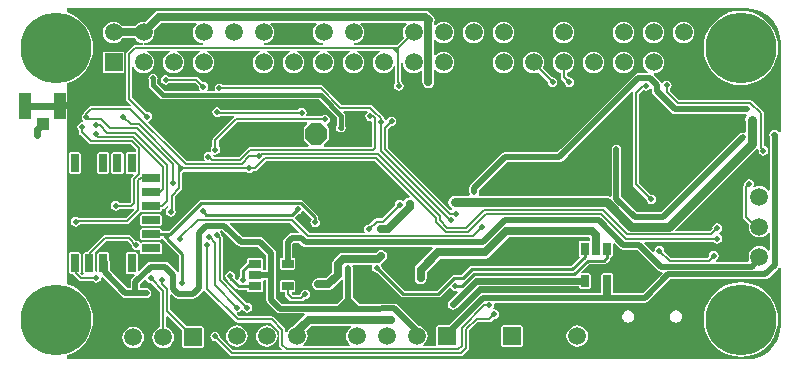
<source format=gbl>
G04*
G04 #@! TF.GenerationSoftware,Altium Limited,Altium Designer,18.1.9 (240)*
G04*
G04 Layer_Physical_Order=2*
G04 Layer_Color=16711680*
%FSAX25Y25*%
%MOIN*%
G70*
G01*
G75*
%ADD12C,0.02362*%
%ADD13C,0.01000*%
%ADD24R,0.04134X0.08661*%
%ADD25R,0.03937X0.03937*%
%ADD56R,0.05906X0.05906*%
%ADD105C,0.00800*%
%ADD106C,0.03150*%
%ADD108C,0.02000*%
%ADD109C,0.02756*%
%ADD110C,0.01500*%
%ADD111C,0.02300*%
%ADD124C,0.05906*%
%ADD125P,0.07671X8X112.5*%
%ADD126R,0.05906X0.05906*%
%ADD127O,0.03937X0.06299*%
%ADD128C,0.23622*%
%ADD129C,0.01968*%
%ADD130R,0.02756X0.03937*%
%ADD131R,0.02756X0.05906*%
%ADD132R,0.05906X0.02756*%
%ADD133R,0.03937X0.02756*%
%ADD134C,0.02800*%
%ADD135R,0.02756X0.03912*%
G36*
X0351693Y0226138D02*
Y0226138D01*
X0353452Y0225999D01*
X0355168Y0225587D01*
X0356798Y0224912D01*
X0358302Y0223990D01*
X0359644Y0222844D01*
X0360789Y0221503D01*
X0361711Y0219998D01*
X0362387Y0218368D01*
X0362799Y0216653D01*
X0362937Y0214894D01*
X0362938D01*
Y0184949D01*
X0362839Y0184868D01*
X0362171Y0184967D01*
X0362124Y0185038D01*
X0362020Y0185142D01*
X0361490Y0185495D01*
X0360866Y0185619D01*
X0360242Y0185495D01*
X0359713Y0185142D01*
X0359359Y0184613D01*
X0359235Y0183988D01*
X0359339Y0183466D01*
Y0165541D01*
X0358839Y0165372D01*
X0358439Y0165892D01*
X0357697Y0166462D01*
X0356833Y0166820D01*
X0355906Y0166942D01*
X0354978Y0166820D01*
X0354242Y0166515D01*
X0353896Y0166897D01*
X0353933Y0166953D01*
X0354056Y0167571D01*
X0353933Y0168189D01*
X0353583Y0168713D01*
X0353059Y0169063D01*
X0352441Y0169186D01*
X0351823Y0169063D01*
X0351299Y0168713D01*
X0350949Y0168189D01*
X0350826Y0167571D01*
X0350854Y0167426D01*
X0350696Y0167268D01*
X0350475Y0166937D01*
X0350398Y0166547D01*
Y0156508D01*
X0350475Y0156118D01*
X0350696Y0155787D01*
X0352415Y0154068D01*
X0352322Y0153358D01*
X0352444Y0152431D01*
X0352802Y0151567D01*
X0353372Y0150824D01*
X0354114Y0150255D01*
X0354978Y0149897D01*
X0355906Y0149775D01*
X0356833Y0149897D01*
X0357697Y0150255D01*
X0358439Y0150824D01*
X0358839Y0151345D01*
X0359339Y0151175D01*
Y0145541D01*
X0358839Y0145372D01*
X0358439Y0145892D01*
X0357697Y0146462D01*
X0356833Y0146820D01*
X0355906Y0146942D01*
X0354978Y0146820D01*
X0354114Y0146462D01*
X0353372Y0145892D01*
X0352802Y0145150D01*
X0352444Y0144286D01*
X0352322Y0143358D01*
X0352444Y0142431D01*
X0352563Y0142143D01*
X0352229Y0141643D01*
X0341345D01*
X0341287Y0142141D01*
X0341811Y0142492D01*
X0342162Y0143016D01*
X0342285Y0143634D01*
X0342162Y0144252D01*
X0341811Y0144776D01*
X0341287Y0145126D01*
X0340669Y0145249D01*
X0340051Y0145126D01*
X0339527Y0144776D01*
X0339177Y0144252D01*
X0339054Y0143634D01*
X0339083Y0143489D01*
X0338625Y0143031D01*
X0326336D01*
X0324146Y0145221D01*
X0324174Y0145366D01*
X0324051Y0145984D01*
X0323701Y0146508D01*
X0323177Y0146859D01*
X0322559Y0146981D01*
X0321941Y0146859D01*
X0321417Y0146508D01*
X0321067Y0145984D01*
X0320944Y0145366D01*
X0320997Y0145100D01*
X0320536Y0144854D01*
X0317529Y0147861D01*
X0317720Y0148323D01*
X0340626D01*
X0340708Y0148200D01*
X0341232Y0147850D01*
X0341850Y0147727D01*
X0342469Y0147850D01*
X0342993Y0148200D01*
X0343343Y0148724D01*
X0343466Y0149343D01*
X0343343Y0149961D01*
X0342993Y0150485D01*
X0342469Y0150835D01*
X0342346Y0150859D01*
Y0151369D01*
X0342469Y0151393D01*
X0342993Y0151744D01*
X0343343Y0152268D01*
X0343466Y0152886D01*
X0343343Y0153504D01*
X0342993Y0154028D01*
X0342469Y0154378D01*
X0341850Y0154501D01*
X0341232Y0154378D01*
X0340708Y0154028D01*
X0340358Y0153504D01*
X0340235Y0152886D01*
X0340264Y0152741D01*
X0339285Y0151762D01*
X0328059D01*
X0327868Y0152224D01*
X0354898Y0179254D01*
X0355434Y0179110D01*
X0355446Y0179095D01*
X0355621Y0178833D01*
X0355589Y0178673D01*
X0355712Y0178055D01*
X0356063Y0177531D01*
X0356587Y0177181D01*
X0357205Y0177058D01*
X0357823Y0177181D01*
X0358347Y0177531D01*
X0358697Y0178055D01*
X0358820Y0178673D01*
X0358697Y0179291D01*
X0358347Y0179815D01*
X0357823Y0180166D01*
X0357398Y0180250D01*
Y0191075D01*
X0357320Y0191465D01*
X0357099Y0191796D01*
X0353556Y0195339D01*
X0353225Y0195560D01*
X0352835Y0195638D01*
X0329044D01*
X0326059Y0198623D01*
Y0199181D01*
X0326182Y0199263D01*
X0326532Y0199787D01*
X0326655Y0200406D01*
X0326532Y0201024D01*
X0326182Y0201548D01*
X0325658Y0201898D01*
X0325039Y0202021D01*
X0324421Y0201898D01*
X0323897Y0201548D01*
X0323740Y0201312D01*
X0323557Y0201295D01*
X0323174Y0201365D01*
X0322886Y0201795D01*
X0320666Y0204016D01*
X0320685Y0204234D01*
X0320807Y0204539D01*
X0321526Y0204633D01*
X0322390Y0204991D01*
X0323132Y0205561D01*
X0323702Y0206303D01*
X0324060Y0207167D01*
X0324182Y0208095D01*
X0324060Y0209022D01*
X0323702Y0209886D01*
X0323132Y0210628D01*
X0322390Y0211198D01*
X0321526Y0211556D01*
X0320599Y0211678D01*
X0319671Y0211556D01*
X0318807Y0211198D01*
X0318065Y0210628D01*
X0317495Y0209886D01*
X0317137Y0209022D01*
X0317015Y0208095D01*
X0317137Y0207167D01*
X0317495Y0206303D01*
X0318065Y0205561D01*
X0318740Y0205042D01*
X0318719Y0204799D01*
X0318602Y0204542D01*
X0315537D01*
X0314913Y0204418D01*
X0314384Y0204065D01*
X0289634Y0179315D01*
X0288497Y0178179D01*
X0270945D01*
X0270321Y0178054D01*
X0269791Y0177701D01*
X0259634Y0167543D01*
X0259280Y0167014D01*
X0259156Y0166390D01*
Y0164854D01*
X0259280Y0164230D01*
X0259310Y0164186D01*
X0259043Y0163686D01*
X0254331D01*
X0253482Y0163517D01*
X0252763Y0163037D01*
X0252282Y0162317D01*
X0252113Y0161469D01*
X0252282Y0160620D01*
X0252763Y0159901D01*
X0253304Y0159539D01*
X0253415Y0159017D01*
X0253400Y0158926D01*
X0253399Y0158926D01*
X0252795Y0158895D01*
X0232144Y0179546D01*
Y0185950D01*
X0233123Y0186929D01*
X0233268Y0186900D01*
X0233886Y0187023D01*
X0234410Y0187374D01*
X0234760Y0187898D01*
X0234883Y0188516D01*
X0234760Y0189134D01*
X0234410Y0189658D01*
X0233886Y0190008D01*
X0233268Y0190131D01*
X0232650Y0190008D01*
X0232125Y0189658D01*
X0231775Y0189134D01*
X0231731Y0188913D01*
X0231222D01*
X0231217Y0188937D01*
X0230867Y0189461D01*
X0230715Y0189562D01*
X0230666Y0189807D01*
X0230445Y0190137D01*
X0228292Y0192290D01*
X0228102Y0192417D01*
X0226755Y0193764D01*
X0226425Y0193985D01*
X0226034Y0194063D01*
X0216598D01*
X0210479Y0200182D01*
X0210149Y0200403D01*
X0209758Y0200480D01*
X0177156D01*
X0177048Y0200642D01*
X0176524Y0200992D01*
X0175906Y0201115D01*
X0175287Y0200992D01*
X0174763Y0200642D01*
X0174413Y0200118D01*
X0174290Y0199500D01*
X0174387Y0199014D01*
X0174103Y0198514D01*
X0172110D01*
X0171843Y0199014D01*
X0172044Y0199315D01*
X0172167Y0199933D01*
X0172044Y0200551D01*
X0171693Y0201075D01*
X0171169Y0201425D01*
X0170551Y0201548D01*
X0170407Y0201520D01*
X0168949Y0202977D01*
X0168619Y0203198D01*
X0168228Y0203275D01*
X0159137D01*
X0159056Y0203398D01*
X0158531Y0203748D01*
X0157913Y0203871D01*
X0157295Y0203748D01*
X0156771Y0203398D01*
X0156421Y0202874D01*
X0156298Y0202256D01*
X0156421Y0201638D01*
X0156771Y0201114D01*
X0157295Y0200764D01*
X0157913Y0200641D01*
X0158531Y0200764D01*
X0159056Y0201114D01*
X0159137Y0201236D01*
X0167806D01*
X0168965Y0200078D01*
X0168936Y0199933D01*
X0169059Y0199315D01*
X0169260Y0199014D01*
X0168992Y0198514D01*
X0157657D01*
X0155117Y0201054D01*
Y0201976D01*
X0155233Y0202150D01*
X0155355Y0202768D01*
X0155233Y0203386D01*
X0154882Y0203910D01*
X0154358Y0204260D01*
X0153740Y0204383D01*
X0153122Y0204260D01*
X0152598Y0203910D01*
X0152248Y0203386D01*
X0152125Y0202768D01*
X0152248Y0202150D01*
X0152364Y0201976D01*
Y0200484D01*
X0152469Y0199958D01*
X0152767Y0199511D01*
X0156113Y0196165D01*
X0156560Y0195866D01*
X0157087Y0195761D01*
X0209036D01*
X0215002Y0189796D01*
Y0187142D01*
X0214886Y0186969D01*
X0214763Y0186350D01*
X0214886Y0185732D01*
X0215236Y0185208D01*
X0215760Y0184858D01*
X0216378Y0184735D01*
X0216996Y0184858D01*
X0217520Y0185208D01*
X0217870Y0185732D01*
X0217993Y0186350D01*
X0217870Y0186969D01*
X0217754Y0187142D01*
Y0190366D01*
X0217650Y0190893D01*
X0217351Y0191340D01*
X0217129Y0191562D01*
X0217320Y0192024D01*
X0225126D01*
X0225278Y0191524D01*
X0224960Y0191312D01*
X0224610Y0190787D01*
X0224487Y0190169D01*
X0224610Y0189551D01*
X0224960Y0189027D01*
X0225484Y0188677D01*
X0226102Y0188554D01*
X0226221Y0188577D01*
X0226721Y0188167D01*
Y0180024D01*
X0210810D01*
X0210603Y0180524D01*
X0212192Y0182112D01*
X0212382Y0182571D01*
Y0186114D01*
X0212192Y0186573D01*
X0211638Y0187127D01*
X0211803Y0187669D01*
X0212245Y0187964D01*
X0212595Y0188488D01*
X0212718Y0189106D01*
X0212595Y0189724D01*
X0212245Y0190249D01*
X0211720Y0190599D01*
X0211102Y0190722D01*
X0210484Y0190599D01*
X0209960Y0190249D01*
X0209878Y0190126D01*
X0205035D01*
X0204768Y0190626D01*
X0204839Y0190732D01*
X0204962Y0191350D01*
X0204839Y0191969D01*
X0204489Y0192493D01*
X0203965Y0192843D01*
X0203346Y0192966D01*
X0202728Y0192843D01*
X0202204Y0192493D01*
X0202122Y0192370D01*
X0176434D01*
X0176221Y0192689D01*
X0175697Y0193040D01*
X0175079Y0193163D01*
X0174461Y0193040D01*
X0173937Y0192689D01*
X0173586Y0192165D01*
X0173463Y0191547D01*
X0173586Y0190929D01*
X0173937Y0190405D01*
X0174461Y0190055D01*
X0175079Y0189932D01*
X0175697Y0190055D01*
X0176110Y0190331D01*
X0180589D01*
X0180741Y0189831D01*
X0180736Y0189827D01*
X0173846Y0182938D01*
X0173625Y0182607D01*
X0173547Y0182217D01*
Y0180212D01*
X0173425Y0180130D01*
X0173075Y0179606D01*
X0172952Y0178988D01*
X0173038Y0178557D01*
X0172679Y0178178D01*
X0172645Y0178162D01*
X0172244Y0178241D01*
X0171626Y0178118D01*
X0171102Y0177768D01*
X0170752Y0177244D01*
X0170629Y0176626D01*
X0170752Y0176008D01*
X0170981Y0175665D01*
X0170747Y0175165D01*
X0165040D01*
X0152195Y0188010D01*
X0152360Y0188553D01*
X0152390Y0188559D01*
X0152914Y0188909D01*
X0153264Y0189433D01*
X0153387Y0190051D01*
X0153264Y0190669D01*
X0152914Y0191193D01*
X0152390Y0191543D01*
X0151772Y0191666D01*
X0151627Y0191638D01*
X0146846Y0196418D01*
Y0206562D01*
X0147346Y0206662D01*
X0147495Y0206303D01*
X0148065Y0205561D01*
X0148807Y0204991D01*
X0149671Y0204633D01*
X0150599Y0204511D01*
X0151526Y0204633D01*
X0152390Y0204991D01*
X0153132Y0205561D01*
X0153702Y0206303D01*
X0154060Y0207167D01*
X0154182Y0208095D01*
X0154060Y0209022D01*
X0153702Y0209886D01*
X0153132Y0210628D01*
X0152390Y0211198D01*
X0151698Y0211484D01*
X0151798Y0211984D01*
X0159399D01*
X0159499Y0211484D01*
X0158807Y0211198D01*
X0158065Y0210628D01*
X0157495Y0209886D01*
X0157137Y0209022D01*
X0157015Y0208095D01*
X0157137Y0207167D01*
X0157495Y0206303D01*
X0158065Y0205561D01*
X0158807Y0204991D01*
X0159671Y0204633D01*
X0160599Y0204511D01*
X0161526Y0204633D01*
X0162390Y0204991D01*
X0163132Y0205561D01*
X0163702Y0206303D01*
X0164060Y0207167D01*
X0164182Y0208095D01*
X0164060Y0209022D01*
X0163702Y0209886D01*
X0163132Y0210628D01*
X0162390Y0211198D01*
X0161698Y0211484D01*
X0161798Y0211984D01*
X0169399D01*
X0169499Y0211484D01*
X0168807Y0211198D01*
X0168065Y0210628D01*
X0167495Y0209886D01*
X0167137Y0209022D01*
X0167015Y0208095D01*
X0167137Y0207167D01*
X0167495Y0206303D01*
X0168065Y0205561D01*
X0168807Y0204991D01*
X0169671Y0204633D01*
X0170598Y0204511D01*
X0171526Y0204633D01*
X0172390Y0204991D01*
X0173132Y0205561D01*
X0173702Y0206303D01*
X0174060Y0207167D01*
X0174182Y0208095D01*
X0174060Y0209022D01*
X0173702Y0209886D01*
X0173132Y0210628D01*
X0172390Y0211198D01*
X0171698Y0211484D01*
X0171798Y0211984D01*
X0189399D01*
X0189498Y0211484D01*
X0188807Y0211198D01*
X0188065Y0210628D01*
X0187495Y0209886D01*
X0187137Y0209022D01*
X0187015Y0208095D01*
X0187137Y0207167D01*
X0187495Y0206303D01*
X0188065Y0205561D01*
X0188807Y0204991D01*
X0189671Y0204633D01*
X0190598Y0204511D01*
X0191526Y0204633D01*
X0192390Y0204991D01*
X0193132Y0205561D01*
X0193702Y0206303D01*
X0194060Y0207167D01*
X0194182Y0208095D01*
X0194060Y0209022D01*
X0193702Y0209886D01*
X0193132Y0210628D01*
X0192390Y0211198D01*
X0191698Y0211484D01*
X0191798Y0211984D01*
X0199399D01*
X0199498Y0211484D01*
X0198807Y0211198D01*
X0198065Y0210628D01*
X0197495Y0209886D01*
X0197137Y0209022D01*
X0197015Y0208095D01*
X0197137Y0207167D01*
X0197495Y0206303D01*
X0198065Y0205561D01*
X0198807Y0204991D01*
X0199671Y0204633D01*
X0200599Y0204511D01*
X0201526Y0204633D01*
X0202390Y0204991D01*
X0203132Y0205561D01*
X0203702Y0206303D01*
X0204060Y0207167D01*
X0204182Y0208095D01*
X0204060Y0209022D01*
X0203702Y0209886D01*
X0203132Y0210628D01*
X0202390Y0211198D01*
X0201698Y0211484D01*
X0201798Y0211984D01*
X0209399D01*
X0209499Y0211484D01*
X0208807Y0211198D01*
X0208065Y0210628D01*
X0207495Y0209886D01*
X0207137Y0209022D01*
X0207015Y0208095D01*
X0207137Y0207167D01*
X0207495Y0206303D01*
X0208065Y0205561D01*
X0208807Y0204991D01*
X0209671Y0204633D01*
X0210598Y0204511D01*
X0211526Y0204633D01*
X0212390Y0204991D01*
X0213132Y0205561D01*
X0213702Y0206303D01*
X0214060Y0207167D01*
X0214182Y0208095D01*
X0214060Y0209022D01*
X0213702Y0209886D01*
X0213132Y0210628D01*
X0212390Y0211198D01*
X0211698Y0211484D01*
X0211798Y0211984D01*
X0219399D01*
X0219498Y0211484D01*
X0218807Y0211198D01*
X0218065Y0210628D01*
X0217495Y0209886D01*
X0217137Y0209022D01*
X0217015Y0208095D01*
X0217137Y0207167D01*
X0217495Y0206303D01*
X0218065Y0205561D01*
X0218807Y0204991D01*
X0219671Y0204633D01*
X0220599Y0204511D01*
X0221526Y0204633D01*
X0222390Y0204991D01*
X0223132Y0205561D01*
X0223702Y0206303D01*
X0224060Y0207167D01*
X0224182Y0208095D01*
X0224060Y0209022D01*
X0223702Y0209886D01*
X0223132Y0210628D01*
X0222390Y0211198D01*
X0221698Y0211484D01*
X0221798Y0211984D01*
X0229399D01*
X0229499Y0211484D01*
X0228807Y0211198D01*
X0228065Y0210628D01*
X0227495Y0209886D01*
X0227137Y0209022D01*
X0227015Y0208095D01*
X0227137Y0207167D01*
X0227495Y0206303D01*
X0228065Y0205561D01*
X0228807Y0204991D01*
X0229671Y0204633D01*
X0230598Y0204511D01*
X0231526Y0204633D01*
X0232390Y0204991D01*
X0233132Y0205561D01*
X0233702Y0206303D01*
X0233988Y0206995D01*
X0234488Y0206895D01*
Y0201433D01*
X0234504Y0201356D01*
X0234177Y0200866D01*
X0234054Y0200248D01*
X0234177Y0199630D01*
X0234527Y0199106D01*
X0235051Y0198756D01*
X0235669Y0198633D01*
X0236287Y0198756D01*
X0236811Y0199106D01*
X0237161Y0199630D01*
X0237284Y0200248D01*
X0237161Y0200866D01*
X0236811Y0201390D01*
X0236752Y0201430D01*
X0236729Y0201544D01*
X0236527Y0201846D01*
Y0207967D01*
X0237028Y0208000D01*
X0237137Y0207167D01*
X0237495Y0206303D01*
X0238065Y0205561D01*
X0238807Y0204991D01*
X0239671Y0204633D01*
X0240599Y0204511D01*
X0241526Y0204633D01*
X0242390Y0204991D01*
X0243012Y0205469D01*
X0243513Y0205295D01*
Y0201674D01*
X0243495Y0201587D01*
X0243649Y0200815D01*
X0244086Y0200161D01*
X0244740Y0199723D01*
X0245512Y0199570D01*
X0246284Y0199723D01*
X0246938Y0200161D01*
X0246955Y0200178D01*
X0247392Y0200832D01*
X0247546Y0201604D01*
Y0205459D01*
X0248019Y0205620D01*
X0248065Y0205561D01*
X0248807Y0204991D01*
X0249671Y0204633D01*
X0250599Y0204511D01*
X0251526Y0204633D01*
X0252390Y0204991D01*
X0253132Y0205561D01*
X0253702Y0206303D01*
X0254060Y0207167D01*
X0254182Y0208095D01*
X0254060Y0209022D01*
X0253702Y0209886D01*
X0253132Y0210628D01*
X0252390Y0211198D01*
X0251526Y0211556D01*
X0250599Y0211678D01*
X0249671Y0211556D01*
X0248807Y0211198D01*
X0248065Y0210628D01*
X0248019Y0210569D01*
X0247546Y0210730D01*
Y0215459D01*
X0248019Y0215620D01*
X0248065Y0215561D01*
X0248807Y0214991D01*
X0249671Y0214633D01*
X0250599Y0214511D01*
X0251526Y0214633D01*
X0252390Y0214991D01*
X0253132Y0215561D01*
X0253702Y0216303D01*
X0254060Y0217167D01*
X0254182Y0218094D01*
X0254060Y0219022D01*
X0253702Y0219886D01*
X0253132Y0220628D01*
X0252390Y0221198D01*
X0251526Y0221556D01*
X0250599Y0221678D01*
X0249671Y0221556D01*
X0248807Y0221198D01*
X0248065Y0220628D01*
X0248019Y0220569D01*
X0247546Y0220730D01*
Y0221482D01*
X0247684Y0222179D01*
X0247531Y0222951D01*
X0247094Y0223605D01*
X0245910Y0224788D01*
X0245256Y0225225D01*
X0244484Y0225379D01*
X0155866D01*
X0155094Y0225225D01*
X0154440Y0224788D01*
X0151245Y0221593D01*
X0150599Y0221678D01*
X0149671Y0221556D01*
X0148807Y0221198D01*
X0148065Y0220628D01*
X0147668Y0220111D01*
X0143529D01*
X0143132Y0220628D01*
X0142390Y0221198D01*
X0141526Y0221556D01*
X0140598Y0221678D01*
X0139671Y0221556D01*
X0138807Y0221198D01*
X0138065Y0220628D01*
X0137495Y0219886D01*
X0137137Y0219022D01*
X0137015Y0218094D01*
X0137137Y0217167D01*
X0137495Y0216303D01*
X0138065Y0215561D01*
X0138807Y0214991D01*
X0139671Y0214633D01*
X0140598Y0214511D01*
X0141526Y0214633D01*
X0142390Y0214991D01*
X0143132Y0215561D01*
X0143529Y0216078D01*
X0147668D01*
X0148065Y0215561D01*
X0148807Y0214991D01*
X0149671Y0214633D01*
X0150504Y0214524D01*
X0150471Y0214023D01*
X0147835D01*
X0147444Y0213946D01*
X0147114Y0213725D01*
X0145106Y0211717D01*
X0144885Y0211386D01*
X0144807Y0210996D01*
Y0195996D01*
X0144885Y0195606D01*
X0145106Y0195275D01*
X0146342Y0194039D01*
X0146291Y0193813D01*
X0146123Y0193551D01*
X0133228D01*
X0132838Y0193473D01*
X0132507Y0193253D01*
X0130815Y0191560D01*
X0130594Y0191229D01*
X0130553Y0191024D01*
X0130393Y0190918D01*
X0130043Y0190394D01*
X0129920Y0189776D01*
X0130043Y0189157D01*
X0130393Y0188633D01*
X0130494Y0188566D01*
X0130299Y0188095D01*
X0130157Y0188123D01*
X0129539Y0188000D01*
X0129015Y0187650D01*
X0128665Y0187126D01*
X0128542Y0186508D01*
X0128665Y0185890D01*
X0129015Y0185366D01*
X0129138Y0185284D01*
Y0184736D01*
X0129216Y0184346D01*
X0129437Y0184015D01*
X0132350Y0181102D01*
X0132681Y0180881D01*
X0133071Y0180803D01*
X0146299D01*
X0147973Y0179129D01*
Y0178252D01*
X0145236D01*
X0144777Y0178062D01*
X0144587Y0177602D01*
Y0171697D01*
X0144777Y0171238D01*
X0145236Y0171047D01*
X0147079D01*
X0147270Y0170586D01*
X0146737Y0170053D01*
X0146516Y0169722D01*
X0146439Y0169332D01*
Y0161633D01*
X0146113Y0161307D01*
X0142563D01*
X0142481Y0161430D01*
X0141957Y0161780D01*
X0141339Y0161903D01*
X0140720Y0161780D01*
X0140196Y0161430D01*
X0139846Y0160906D01*
X0139723Y0160287D01*
X0139846Y0159669D01*
X0140196Y0159145D01*
X0140720Y0158795D01*
X0141339Y0158672D01*
X0141957Y0158795D01*
X0142481Y0159145D01*
X0142563Y0159268D01*
X0146535D01*
X0146926Y0159345D01*
X0146997Y0159393D01*
X0147550Y0159174D01*
X0147572Y0159065D01*
X0144735Y0156228D01*
X0128984D01*
X0128571Y0156504D01*
X0127953Y0156627D01*
X0127335Y0156504D01*
X0126811Y0156154D01*
X0126460Y0155630D01*
X0126338Y0155012D01*
X0126460Y0154394D01*
X0126811Y0153870D01*
X0127335Y0153519D01*
X0127953Y0153396D01*
X0128571Y0153519D01*
X0129095Y0153870D01*
X0129308Y0154189D01*
X0145158D01*
X0145548Y0154267D01*
X0145878Y0154488D01*
X0149579Y0158188D01*
X0149738Y0158426D01*
X0150157Y0158252D01*
X0156063D01*
X0156522Y0158442D01*
X0156712Y0158902D01*
Y0159260D01*
X0156882D01*
X0157272Y0159337D01*
X0157603Y0159559D01*
X0158444Y0160400D01*
X0158906Y0160209D01*
Y0159730D01*
X0158503Y0159461D01*
X0158153Y0158937D01*
X0158030Y0158319D01*
X0158153Y0157701D01*
X0158503Y0157177D01*
X0159028Y0156827D01*
X0159646Y0156704D01*
X0160264Y0156827D01*
X0160788Y0157177D01*
X0161138Y0157701D01*
X0161261Y0158319D01*
X0161138Y0158937D01*
X0160946Y0159225D01*
Y0163177D01*
X0163178Y0165409D01*
X0163399Y0165740D01*
X0163476Y0166130D01*
Y0171270D01*
X0163932Y0171726D01*
X0184709D01*
X0184724Y0171704D01*
X0185248Y0171354D01*
X0185866Y0171231D01*
X0186484Y0171354D01*
X0187008Y0171704D01*
X0187090Y0171827D01*
X0187846D01*
X0188236Y0171905D01*
X0188567Y0172125D01*
X0191625Y0175184D01*
X0227598D01*
X0239314Y0163468D01*
X0239123Y0162952D01*
X0238559Y0162840D01*
X0237905Y0162403D01*
X0237577Y0161912D01*
X0237210Y0161787D01*
X0236972Y0161821D01*
X0236563Y0162095D01*
X0235945Y0162218D01*
X0235327Y0162095D01*
X0234803Y0161745D01*
X0234453Y0161221D01*
X0234330Y0160602D01*
X0234358Y0160458D01*
X0229987Y0156087D01*
X0228284D01*
X0227893Y0156009D01*
X0227562Y0155788D01*
X0225814Y0154039D01*
X0225669Y0154068D01*
X0225051Y0153945D01*
X0224527Y0153595D01*
X0224177Y0153071D01*
X0224054Y0152453D01*
X0224177Y0151835D01*
X0224332Y0151602D01*
X0224065Y0151102D01*
X0205981D01*
X0200921Y0156163D01*
X0200955Y0156506D01*
X0201944Y0157496D01*
X0201969Y0157491D01*
X0202587Y0157614D01*
X0203111Y0157964D01*
X0203461Y0158488D01*
X0203471Y0158539D01*
X0204013Y0158704D01*
X0206368Y0156350D01*
X0206614Y0155918D01*
X0206264Y0155394D01*
X0206141Y0154776D01*
X0206264Y0154157D01*
X0206614Y0153633D01*
X0207138Y0153283D01*
X0207756Y0153160D01*
X0208374Y0153283D01*
X0208898Y0153633D01*
X0209248Y0154157D01*
X0209371Y0154776D01*
X0209248Y0155394D01*
X0208898Y0155918D01*
X0208877Y0155931D01*
Y0156547D01*
X0208877Y0156547D01*
X0208792Y0156976D01*
X0208549Y0157340D01*
X0208549Y0157340D01*
X0203906Y0161984D01*
X0203542Y0162227D01*
X0203113Y0162312D01*
X0203113Y0162312D01*
X0169762D01*
X0169761Y0162312D01*
X0169332Y0162227D01*
X0168968Y0161984D01*
X0168968Y0161984D01*
X0158937Y0151952D01*
X0156712D01*
Y0152209D01*
X0156522Y0152668D01*
X0156063Y0152858D01*
X0150157D01*
X0149698Y0152668D01*
X0149508Y0152209D01*
Y0149453D01*
X0149698Y0148994D01*
X0150157Y0148803D01*
X0156063D01*
X0156522Y0148994D01*
X0156565Y0149097D01*
X0157144Y0149188D01*
X0157708Y0148525D01*
X0157732Y0148513D01*
X0157743Y0148487D01*
X0157795Y0148466D01*
X0162422Y0143839D01*
Y0138303D01*
X0161922Y0138151D01*
X0161679Y0138513D01*
X0158988Y0141205D01*
X0158459Y0141558D01*
X0157835Y0141683D01*
X0152977D01*
X0152353Y0141558D01*
X0151824Y0141205D01*
X0149142Y0138523D01*
X0148642Y0138730D01*
Y0144138D01*
X0148451Y0144597D01*
X0147992Y0144787D01*
X0145236D01*
X0144777Y0144597D01*
X0144587Y0144138D01*
Y0138232D01*
X0144777Y0137773D01*
X0145236Y0137583D01*
X0147495D01*
X0147702Y0137083D01*
X0146745Y0136126D01*
X0146391Y0135597D01*
X0146267Y0134972D01*
Y0132864D01*
X0145203D01*
X0139309Y0138758D01*
Y0141657D01*
X0139193Y0142239D01*
Y0144138D01*
X0139003Y0144597D01*
X0138543Y0144787D01*
X0135787D01*
X0135328Y0144597D01*
X0135138Y0144138D01*
Y0138306D01*
X0135121Y0138277D01*
X0134950Y0138231D01*
X0134468Y0138589D01*
Y0144138D01*
X0134278Y0144597D01*
X0134255Y0144714D01*
X0138060Y0148520D01*
X0145208D01*
X0146619Y0147108D01*
X0146736Y0146520D01*
X0147086Y0145996D01*
X0147610Y0145646D01*
X0148228Y0145523D01*
X0148846Y0145646D01*
X0149008Y0145754D01*
X0149508Y0145486D01*
Y0144728D01*
X0149698Y0144269D01*
X0150157Y0144079D01*
X0156063D01*
X0156522Y0144269D01*
X0156712Y0144728D01*
Y0147484D01*
X0156522Y0147943D01*
X0156063Y0148134D01*
X0150157D01*
X0149698Y0147943D01*
X0149602Y0147934D01*
X0149371Y0148280D01*
X0148846Y0148630D01*
X0148228Y0148753D01*
X0147919Y0148692D01*
X0146351Y0150260D01*
X0146020Y0150481D01*
X0145630Y0150559D01*
X0137638D01*
X0137248Y0150481D01*
X0136917Y0150260D01*
X0132035Y0145378D01*
X0131814Y0145048D01*
X0131762Y0144787D01*
X0131063D01*
X0130604Y0144597D01*
X0130414Y0144138D01*
Y0138232D01*
X0130587Y0137813D01*
X0130406Y0137318D01*
X0130079Y0137280D01*
X0129563Y0137796D01*
X0129744Y0138232D01*
Y0144138D01*
X0129554Y0144597D01*
X0129095Y0144787D01*
X0126339D01*
X0125879Y0144597D01*
X0125689Y0144138D01*
Y0138232D01*
X0125879Y0137773D01*
X0126339Y0137583D01*
X0127072D01*
X0127090Y0137496D01*
X0127311Y0137165D01*
X0128964Y0135511D01*
X0129295Y0135290D01*
X0129685Y0135213D01*
X0133658D01*
X0133740Y0135090D01*
X0134264Y0134740D01*
X0134882Y0134617D01*
X0135500Y0134740D01*
X0136024Y0135090D01*
X0136374Y0135614D01*
X0136497Y0136232D01*
X0136493Y0136252D01*
X0136954Y0136499D01*
X0143374Y0130079D01*
X0143903Y0129725D01*
X0144528Y0129601D01*
X0151614D01*
X0152239Y0129725D01*
X0152768Y0130079D01*
X0153121Y0130608D01*
X0153245Y0131232D01*
X0153121Y0131857D01*
X0152768Y0132386D01*
X0152239Y0132739D01*
X0151614Y0132864D01*
X0149530D01*
Y0134297D01*
X0150973Y0135740D01*
X0151516Y0135575D01*
X0151539Y0135457D01*
X0151889Y0134933D01*
X0152413Y0134582D01*
X0153032Y0134459D01*
X0153176Y0134488D01*
X0156106Y0131558D01*
Y0119892D01*
X0155334Y0119572D01*
X0154592Y0119002D01*
X0154023Y0118260D01*
X0153665Y0117396D01*
X0153543Y0116469D01*
X0153665Y0115541D01*
X0154023Y0114677D01*
X0154592Y0113935D01*
X0155334Y0113365D01*
X0156199Y0113007D01*
X0157126Y0112885D01*
X0158053Y0113007D01*
X0158918Y0113365D01*
X0159660Y0113935D01*
X0160229Y0114677D01*
X0160587Y0115541D01*
X0160709Y0116469D01*
X0160587Y0117396D01*
X0160229Y0118260D01*
X0159660Y0119002D01*
X0158918Y0119572D01*
X0158146Y0119892D01*
Y0123354D01*
X0158607Y0123545D01*
X0163524Y0118629D01*
Y0113516D01*
X0163714Y0113057D01*
X0164173Y0112866D01*
X0170079D01*
X0170538Y0113057D01*
X0170728Y0113516D01*
Y0119421D01*
X0170538Y0119880D01*
X0170079Y0120071D01*
X0164966D01*
X0159546Y0125491D01*
Y0130656D01*
X0160008Y0130847D01*
X0161012Y0129842D01*
X0161541Y0129489D01*
X0162165Y0129365D01*
X0167228D01*
X0167853Y0129489D01*
X0168382Y0129842D01*
X0170327Y0131787D01*
X0170504Y0132053D01*
X0170520Y0132059D01*
X0171082Y0132018D01*
X0171169Y0131889D01*
X0181366Y0121692D01*
X0181696Y0121471D01*
X0182087Y0121394D01*
X0193082D01*
X0195831Y0118645D01*
Y0114028D01*
X0195908Y0113637D01*
X0196129Y0113307D01*
X0196823Y0112613D01*
X0196632Y0112151D01*
X0180444D01*
X0175996Y0116600D01*
X0176025Y0116744D01*
X0175902Y0117362D01*
X0175552Y0117886D01*
X0175028Y0118236D01*
X0174409Y0118359D01*
X0173791Y0118236D01*
X0173267Y0117886D01*
X0172917Y0117362D01*
X0172794Y0116744D01*
X0172917Y0116126D01*
X0173267Y0115602D01*
X0173791Y0115252D01*
X0174409Y0115129D01*
X0174554Y0115158D01*
X0179301Y0110410D01*
X0179632Y0110189D01*
X0180022Y0110112D01*
X0256395D01*
X0256785Y0110189D01*
X0257116Y0110410D01*
X0258910Y0112204D01*
X0259131Y0112535D01*
X0259209Y0112925D01*
Y0118791D01*
X0262009Y0121591D01*
X0265905D01*
X0266296Y0121668D01*
X0266627Y0121889D01*
X0267296Y0122559D01*
X0267441Y0122530D01*
X0268059Y0122653D01*
X0268583Y0123003D01*
X0268933Y0123528D01*
X0269056Y0124146D01*
X0268933Y0124764D01*
X0268583Y0125288D01*
X0268059Y0125638D01*
X0267441Y0125761D01*
X0267184Y0126220D01*
X0267358Y0126480D01*
X0267481Y0127098D01*
X0267391Y0127551D01*
X0267690Y0128051D01*
X0317742D01*
X0318366Y0128175D01*
X0318895Y0128529D01*
X0326147Y0135781D01*
X0357872D01*
X0358497Y0135905D01*
X0359026Y0136258D01*
X0362124Y0139356D01*
X0362171Y0139427D01*
X0362839Y0139526D01*
X0362938Y0139444D01*
Y0120405D01*
X0362937D01*
X0362799Y0118647D01*
X0362387Y0116931D01*
X0361711Y0115301D01*
X0360789Y0113796D01*
X0359644Y0112455D01*
X0358302Y0111309D01*
X0356798Y0110387D01*
X0355168Y0109712D01*
X0353452Y0109300D01*
X0351693Y0109161D01*
Y0109161D01*
X0125157D01*
Y0110518D01*
X0125225Y0110534D01*
X0127030Y0111282D01*
X0128695Y0112302D01*
X0130181Y0113571D01*
X0131450Y0115056D01*
X0132471Y0116722D01*
X0133218Y0118527D01*
X0133674Y0120426D01*
X0133827Y0122374D01*
X0133674Y0124321D01*
X0133218Y0126221D01*
X0132471Y0128026D01*
X0131450Y0129692D01*
X0130181Y0131177D01*
X0128695Y0132446D01*
X0127030Y0133466D01*
X0125225Y0134214D01*
X0125157Y0134230D01*
Y0201069D01*
X0125225Y0201085D01*
X0127030Y0201833D01*
X0128695Y0202853D01*
X0130181Y0204122D01*
X0131450Y0205608D01*
X0132471Y0207273D01*
X0133218Y0209078D01*
X0133674Y0210978D01*
X0133827Y0212925D01*
X0133674Y0214873D01*
X0133218Y0216772D01*
X0132471Y0218577D01*
X0131450Y0220243D01*
X0130181Y0221728D01*
X0128695Y0222997D01*
X0127030Y0224018D01*
X0125225Y0224765D01*
X0125157Y0224781D01*
Y0226138D01*
X0351693Y0226138D01*
D02*
G37*
G36*
X0238348Y0220846D02*
X0238065Y0220628D01*
X0237495Y0219886D01*
X0237137Y0219022D01*
X0237015Y0218094D01*
X0237137Y0217167D01*
X0237457Y0216395D01*
X0235086Y0214023D01*
X0220726D01*
X0220693Y0214524D01*
X0221526Y0214633D01*
X0222390Y0214991D01*
X0223132Y0215561D01*
X0223702Y0216303D01*
X0224060Y0217167D01*
X0224182Y0218094D01*
X0224060Y0219022D01*
X0223702Y0219886D01*
X0223132Y0220628D01*
X0222849Y0220846D01*
X0223019Y0221345D01*
X0238178D01*
X0238348Y0220846D01*
D02*
G37*
G36*
X0208348D02*
X0208065Y0220628D01*
X0207495Y0219886D01*
X0207137Y0219022D01*
X0207015Y0218094D01*
X0207137Y0217167D01*
X0207495Y0216303D01*
X0208065Y0215561D01*
X0208807Y0214991D01*
X0209671Y0214633D01*
X0210504Y0214524D01*
X0210471Y0214023D01*
X0190726D01*
X0190693Y0214524D01*
X0191526Y0214633D01*
X0192390Y0214991D01*
X0193132Y0215561D01*
X0193702Y0216303D01*
X0194060Y0217167D01*
X0194182Y0218094D01*
X0194060Y0219022D01*
X0193702Y0219886D01*
X0193132Y0220628D01*
X0192849Y0220846D01*
X0193019Y0221345D01*
X0208178D01*
X0208348Y0220846D01*
D02*
G37*
G36*
X0168348D02*
X0168065Y0220628D01*
X0167495Y0219886D01*
X0167137Y0219022D01*
X0167015Y0218094D01*
X0167137Y0217167D01*
X0167495Y0216303D01*
X0168065Y0215561D01*
X0168807Y0214991D01*
X0169671Y0214633D01*
X0170504Y0214524D01*
X0170471Y0214023D01*
X0150726D01*
X0150693Y0214524D01*
X0151526Y0214633D01*
X0152390Y0214991D01*
X0153132Y0215561D01*
X0153702Y0216303D01*
X0154060Y0217167D01*
X0154182Y0218094D01*
X0154097Y0218741D01*
X0156702Y0221345D01*
X0168178D01*
X0168348Y0220846D01*
D02*
G37*
G36*
X0235118Y0211075D02*
X0233583Y0212610D01*
X0235118Y0212610D01*
X0235118Y0211075D01*
D02*
G37*
G36*
X0320101Y0199378D02*
Y0198437D01*
X0320225Y0197813D01*
X0320579Y0197283D01*
X0326445Y0191417D01*
X0326974Y0191064D01*
X0327598Y0190939D01*
X0351364D01*
X0351609Y0190439D01*
X0351258Y0189916D01*
X0351090Y0189067D01*
X0351258Y0188218D01*
X0351351Y0188080D01*
Y0185002D01*
X0350851Y0184702D01*
X0350394Y0184793D01*
X0349769Y0184669D01*
X0349240Y0184315D01*
X0323222Y0158297D01*
X0314969D01*
X0309860Y0163406D01*
Y0179185D01*
X0309735Y0179809D01*
X0309382Y0180339D01*
X0308853Y0180692D01*
X0308228Y0180816D01*
X0307604Y0180692D01*
X0307075Y0180339D01*
X0306721Y0179809D01*
X0306597Y0179185D01*
Y0163618D01*
X0306097Y0163351D01*
X0305849Y0163517D01*
X0305000Y0163686D01*
X0305000Y0163686D01*
X0262532D01*
X0262265Y0164186D01*
X0262295Y0164230D01*
X0262419Y0164854D01*
Y0165714D01*
X0271621Y0174916D01*
X0289173D01*
X0289797Y0175040D01*
X0290327Y0175394D01*
X0291941Y0177008D01*
X0313343Y0198409D01*
X0313803Y0198163D01*
X0313764Y0197965D01*
Y0167453D01*
X0313842Y0167063D01*
X0314062Y0166732D01*
X0318217Y0162578D01*
X0318188Y0162433D01*
X0318311Y0161815D01*
X0318661Y0161291D01*
X0319185Y0160941D01*
X0319803Y0160818D01*
X0320421Y0160941D01*
X0320945Y0161291D01*
X0321295Y0161815D01*
X0321418Y0162433D01*
X0321295Y0163051D01*
X0320945Y0163575D01*
X0320421Y0163925D01*
X0319803Y0164048D01*
X0319659Y0164020D01*
X0315803Y0167875D01*
Y0197542D01*
X0317302Y0199041D01*
X0317610Y0198834D01*
X0318228Y0198712D01*
X0318847Y0198834D01*
X0319371Y0199185D01*
X0319601Y0199529D01*
X0320101Y0199378D01*
D02*
G37*
G36*
X0205238Y0187625D02*
X0204187Y0186573D01*
X0203996Y0186114D01*
Y0182571D01*
X0204187Y0182112D01*
X0205775Y0180524D01*
X0205568Y0180024D01*
X0186186D01*
X0185795Y0179946D01*
X0185465Y0179725D01*
X0182362Y0176622D01*
X0173932D01*
X0173817Y0177103D01*
X0174132Y0177436D01*
X0174166Y0177453D01*
X0174567Y0177373D01*
X0175185Y0177496D01*
X0175709Y0177846D01*
X0176059Y0178370D01*
X0176182Y0178988D01*
X0176059Y0179606D01*
X0175709Y0180130D01*
X0175586Y0180212D01*
Y0181794D01*
X0181879Y0188087D01*
X0205047D01*
X0205238Y0187625D01*
D02*
G37*
G36*
X0163875Y0172588D02*
X0162457Y0171169D01*
X0162457Y0174007D01*
X0163875Y0172588D01*
D02*
G37*
G36*
X0158202Y0148946D02*
X0156598Y0150831D01*
X0160087Y0150831D01*
X0158202Y0148946D01*
D02*
G37*
G36*
X0309278Y0146189D02*
X0309807Y0145835D01*
X0310431Y0145711D01*
X0315064D01*
X0321917Y0138858D01*
X0322447Y0138505D01*
X0323071Y0138381D01*
X0323479D01*
X0323671Y0137918D01*
X0317066Y0131314D01*
X0307185D01*
Y0133595D01*
X0307185Y0133595D01*
Y0137157D01*
X0306995Y0137617D01*
X0306535Y0137807D01*
X0303780D01*
X0303320Y0137617D01*
X0303130Y0137157D01*
Y0133595D01*
Y0131314D01*
X0263850D01*
X0263226Y0131190D01*
X0262697Y0130836D01*
X0252325Y0120464D01*
X0248740D01*
X0248281Y0120274D01*
X0248091Y0119815D01*
Y0113909D01*
X0247851Y0113551D01*
X0244035D01*
X0243865Y0114051D01*
X0244227Y0114328D01*
X0244796Y0115070D01*
X0245154Y0115935D01*
X0245276Y0116862D01*
X0245154Y0117790D01*
X0244796Y0118654D01*
X0244227Y0119396D01*
X0243485Y0119966D01*
X0242620Y0120324D01*
X0242218Y0120377D01*
X0235366Y0127228D01*
X0235364Y0127230D01*
X0235362Y0127232D01*
X0235099Y0127407D01*
X0234837Y0127582D01*
X0234834Y0127583D01*
X0234832Y0127584D01*
X0234523Y0127645D01*
X0234213Y0127706D01*
X0234210Y0127706D01*
X0234207Y0127706D01*
X0225343Y0127676D01*
X0222686D01*
X0222640Y0127667D01*
X0222507D01*
X0220293Y0129758D01*
Y0139461D01*
X0220169Y0140085D01*
X0220136Y0140133D01*
X0220404Y0140633D01*
X0226603D01*
X0226873Y0140133D01*
X0226770Y0139618D01*
X0226893Y0139000D01*
X0227244Y0138476D01*
X0227768Y0138126D01*
X0228386Y0138003D01*
X0228410Y0138008D01*
X0236294Y0130124D01*
X0236294Y0130124D01*
X0236657Y0129881D01*
X0237087Y0129796D01*
X0237087Y0129796D01*
X0248898D01*
X0248898Y0129796D01*
X0249327Y0129881D01*
X0249691Y0130124D01*
X0252606Y0133040D01*
X0252816Y0132976D01*
X0253113Y0132840D01*
X0253425Y0132374D01*
X0253948Y0132024D01*
X0254567Y0131901D01*
X0255153Y0132017D01*
X0255183Y0131995D01*
X0255353Y0131510D01*
X0252518Y0128675D01*
X0252131Y0128096D01*
X0251995Y0127413D01*
X0252131Y0126731D01*
X0252518Y0126152D01*
X0253097Y0125765D01*
X0253780Y0125629D01*
X0254462Y0125765D01*
X0255041Y0126152D01*
X0262294Y0133405D01*
X0295650D01*
Y0133221D01*
X0295840Y0132761D01*
X0296299Y0132571D01*
X0299055D01*
X0299514Y0132761D01*
X0299705Y0133221D01*
Y0137157D01*
X0299514Y0137617D01*
X0299055Y0137807D01*
X0296781D01*
X0296574Y0138307D01*
X0299205Y0140937D01*
X0304134D01*
X0304134Y0140937D01*
X0304563Y0141023D01*
X0304927Y0141266D01*
X0305950Y0142290D01*
X0305950Y0142290D01*
X0306194Y0142654D01*
X0306279Y0143083D01*
Y0143398D01*
X0306535D01*
X0306995Y0143588D01*
X0307185Y0144047D01*
Y0147575D01*
X0307685Y0147782D01*
X0309278Y0146189D01*
D02*
G37*
G36*
X0202488Y0151711D02*
X0202297Y0151250D01*
X0200118D01*
X0199494Y0151125D01*
X0198965Y0150772D01*
X0197449Y0149256D01*
X0197095Y0148727D01*
X0196971Y0148102D01*
Y0142945D01*
X0196634D01*
X0196175Y0142754D01*
X0195984Y0142295D01*
Y0139539D01*
X0196175Y0139080D01*
X0196634Y0138890D01*
X0200571D01*
X0201030Y0139080D01*
X0201220Y0139539D01*
Y0142295D01*
X0201030Y0142754D01*
X0200571Y0142945D01*
X0200234D01*
Y0147427D01*
X0200794Y0147987D01*
X0202519D01*
X0203577Y0146929D01*
X0204106Y0146575D01*
X0204731Y0146451D01*
X0246815D01*
X0247022Y0145951D01*
X0241550Y0140479D01*
X0241108Y0139818D01*
X0240953Y0139037D01*
Y0136153D01*
X0241108Y0135373D01*
X0241550Y0134712D01*
X0242212Y0134270D01*
X0242992Y0134114D01*
X0243773Y0134270D01*
X0244434Y0134712D01*
X0244876Y0135373D01*
X0245031Y0136153D01*
Y0138193D01*
X0249536Y0142697D01*
X0264488D01*
X0265269Y0142852D01*
X0265930Y0143294D01*
X0272420Y0149784D01*
X0299195D01*
X0299378Y0149600D01*
Y0148849D01*
X0299055Y0148634D01*
X0296299D01*
X0295840Y0148443D01*
X0295650Y0147984D01*
Y0144047D01*
X0295840Y0143588D01*
X0295936Y0143104D01*
X0293060Y0140228D01*
X0260028D01*
X0260028Y0140228D01*
X0259598Y0140143D01*
X0259235Y0139899D01*
X0259235Y0139899D01*
X0256650Y0137314D01*
X0254173D01*
X0254173Y0137314D01*
X0253744Y0137229D01*
X0253380Y0136986D01*
X0253380Y0136986D01*
X0248433Y0132039D01*
X0237551D01*
X0229996Y0139594D01*
X0230001Y0139618D01*
X0229878Y0140236D01*
X0229792Y0140365D01*
X0229591Y0140786D01*
X0230245Y0141224D01*
X0231229Y0142208D01*
X0231666Y0142862D01*
X0231820Y0143634D01*
X0231666Y0144406D01*
X0231229Y0145060D01*
X0230575Y0145497D01*
X0229803Y0145651D01*
X0229031Y0145497D01*
X0228377Y0145060D01*
X0227984Y0144666D01*
X0217205D01*
X0216433Y0144513D01*
X0215779Y0144076D01*
X0213928Y0142225D01*
X0213491Y0141571D01*
X0213338Y0140799D01*
Y0138170D01*
X0211291Y0136123D01*
X0208780D01*
X0208008Y0135969D01*
X0207353Y0135532D01*
X0206916Y0134878D01*
X0206763Y0134106D01*
X0206916Y0133335D01*
X0207353Y0132680D01*
X0208008Y0132243D01*
X0208780Y0132090D01*
X0212126D01*
X0212898Y0132243D01*
X0213552Y0132680D01*
X0216530Y0135658D01*
X0217030Y0135451D01*
Y0129693D01*
X0215004Y0127667D01*
X0196818D01*
X0194820Y0129664D01*
Y0136980D01*
Y0144461D01*
X0194696Y0145085D01*
X0194343Y0145614D01*
X0190484Y0149472D01*
X0189955Y0149826D01*
X0189331Y0149950D01*
X0183589D01*
X0179308Y0154231D01*
X0179500Y0154693D01*
X0199507D01*
X0202488Y0151711D01*
D02*
G37*
G36*
X0181760Y0147165D02*
X0182289Y0146812D01*
X0182913Y0146688D01*
X0188655D01*
X0191558Y0143785D01*
Y0138809D01*
X0190585D01*
X0190298Y0139309D01*
X0190393Y0139539D01*
Y0142295D01*
X0190203Y0142754D01*
X0189744Y0142945D01*
X0185807D01*
X0185348Y0142754D01*
X0185158Y0142295D01*
Y0141677D01*
X0183065Y0139584D01*
X0182822Y0139220D01*
X0182737Y0138791D01*
X0182737Y0138791D01*
Y0136758D01*
X0182716Y0136745D01*
X0182366Y0136221D01*
X0182271Y0135743D01*
X0181878Y0135560D01*
X0181761Y0135546D01*
X0181027Y0136280D01*
X0181143Y0136862D01*
X0181020Y0137480D01*
X0180670Y0138004D01*
X0180146Y0138355D01*
X0179528Y0138478D01*
X0178909Y0138355D01*
X0178385Y0138004D01*
X0178035Y0137480D01*
X0177912Y0136862D01*
X0178035Y0136244D01*
X0178385Y0135720D01*
X0178630Y0135557D01*
X0178735Y0135400D01*
X0181490Y0132644D01*
X0181490Y0132644D01*
X0181854Y0132401D01*
X0182283Y0132316D01*
X0182283Y0132316D01*
X0185158D01*
Y0132059D01*
X0185348Y0131600D01*
X0185807Y0131410D01*
X0189744D01*
X0190203Y0131600D01*
X0190393Y0132059D01*
Y0134815D01*
X0190298Y0135046D01*
X0190585Y0135546D01*
X0191558D01*
Y0128988D01*
X0191682Y0128364D01*
X0192035Y0127835D01*
X0194988Y0124882D01*
X0195518Y0124528D01*
X0196142Y0124404D01*
X0204208D01*
X0204360Y0123904D01*
X0204204Y0123800D01*
X0200700Y0120297D01*
X0199901Y0119966D01*
X0199159Y0119396D01*
X0198590Y0118654D01*
X0198370Y0118124D01*
X0197870Y0118223D01*
Y0119067D01*
X0197792Y0119457D01*
X0197571Y0119788D01*
X0194225Y0123134D01*
X0193894Y0123355D01*
X0193504Y0123433D01*
X0182509D01*
X0181634Y0124308D01*
X0181812Y0124692D01*
X0181871Y0124778D01*
X0182468Y0124897D01*
X0182993Y0125248D01*
X0183220Y0125587D01*
X0183362Y0125618D01*
X0183777Y0125585D01*
X0184055Y0125169D01*
X0184579Y0124819D01*
X0185197Y0124696D01*
X0185815Y0124819D01*
X0186339Y0125169D01*
X0186689Y0125693D01*
X0186812Y0126311D01*
X0186689Y0126929D01*
X0186339Y0127453D01*
X0185815Y0127803D01*
X0185197Y0127926D01*
X0185052Y0127898D01*
X0182256Y0130693D01*
X0177043Y0135907D01*
Y0149421D01*
X0176966Y0149811D01*
X0176745Y0150142D01*
X0176547Y0150340D01*
X0176576Y0150484D01*
X0176453Y0151102D01*
X0176133Y0151581D01*
X0176185Y0151797D01*
X0176322Y0152081D01*
X0176844D01*
X0181760Y0147165D01*
D02*
G37*
G36*
X0222955Y0126350D02*
X0214606Y0126350D01*
X0218661Y0130405D01*
X0222955Y0126350D01*
D02*
G37*
G36*
X0219760Y0119857D02*
X0219159Y0119396D01*
X0218590Y0118654D01*
X0218232Y0117790D01*
X0218109Y0116862D01*
X0218232Y0115935D01*
X0218590Y0115070D01*
X0219159Y0114328D01*
X0219520Y0114051D01*
X0219351Y0113551D01*
X0204035D01*
X0203865Y0114051D01*
X0204227Y0114328D01*
X0204796Y0115070D01*
X0205154Y0115935D01*
X0205276Y0116862D01*
X0205154Y0117790D01*
X0204796Y0118654D01*
X0204781Y0118673D01*
X0206465Y0120357D01*
X0219590D01*
X0219760Y0119857D01*
D02*
G37*
%LPC*%
G36*
X0330598Y0221678D02*
X0329671Y0221556D01*
X0328807Y0221198D01*
X0328065Y0220628D01*
X0327495Y0219886D01*
X0327137Y0219022D01*
X0327015Y0218094D01*
X0327137Y0217167D01*
X0327495Y0216303D01*
X0328065Y0215561D01*
X0328807Y0214991D01*
X0329671Y0214633D01*
X0330598Y0214511D01*
X0331526Y0214633D01*
X0332390Y0214991D01*
X0333132Y0215561D01*
X0333702Y0216303D01*
X0334060Y0217167D01*
X0334182Y0218094D01*
X0334060Y0219022D01*
X0333702Y0219886D01*
X0333132Y0220628D01*
X0332390Y0221198D01*
X0331526Y0221556D01*
X0330598Y0221678D01*
D02*
G37*
G36*
X0320599D02*
X0319671Y0221556D01*
X0318807Y0221198D01*
X0318065Y0220628D01*
X0317495Y0219886D01*
X0317137Y0219022D01*
X0317015Y0218094D01*
X0317137Y0217167D01*
X0317495Y0216303D01*
X0318065Y0215561D01*
X0318807Y0214991D01*
X0319671Y0214633D01*
X0320599Y0214511D01*
X0321526Y0214633D01*
X0322390Y0214991D01*
X0323132Y0215561D01*
X0323702Y0216303D01*
X0324060Y0217167D01*
X0324182Y0218094D01*
X0324060Y0219022D01*
X0323702Y0219886D01*
X0323132Y0220628D01*
X0322390Y0221198D01*
X0321526Y0221556D01*
X0320599Y0221678D01*
D02*
G37*
G36*
X0310598D02*
X0309671Y0221556D01*
X0308807Y0221198D01*
X0308065Y0220628D01*
X0307495Y0219886D01*
X0307137Y0219022D01*
X0307015Y0218094D01*
X0307137Y0217167D01*
X0307495Y0216303D01*
X0308065Y0215561D01*
X0308807Y0214991D01*
X0309671Y0214633D01*
X0310598Y0214511D01*
X0311526Y0214633D01*
X0312390Y0214991D01*
X0313132Y0215561D01*
X0313702Y0216303D01*
X0314060Y0217167D01*
X0314182Y0218094D01*
X0314060Y0219022D01*
X0313702Y0219886D01*
X0313132Y0220628D01*
X0312390Y0221198D01*
X0311526Y0221556D01*
X0310598Y0221678D01*
D02*
G37*
G36*
X0290599D02*
X0289671Y0221556D01*
X0288807Y0221198D01*
X0288065Y0220628D01*
X0287495Y0219886D01*
X0287137Y0219022D01*
X0287015Y0218094D01*
X0287137Y0217167D01*
X0287495Y0216303D01*
X0288065Y0215561D01*
X0288807Y0214991D01*
X0289671Y0214633D01*
X0290599Y0214511D01*
X0291526Y0214633D01*
X0292390Y0214991D01*
X0293132Y0215561D01*
X0293702Y0216303D01*
X0294060Y0217167D01*
X0294182Y0218094D01*
X0294060Y0219022D01*
X0293702Y0219886D01*
X0293132Y0220628D01*
X0292390Y0221198D01*
X0291526Y0221556D01*
X0290599Y0221678D01*
D02*
G37*
G36*
X0270599D02*
X0269671Y0221556D01*
X0268807Y0221198D01*
X0268065Y0220628D01*
X0267495Y0219886D01*
X0267137Y0219022D01*
X0267015Y0218094D01*
X0267137Y0217167D01*
X0267495Y0216303D01*
X0268065Y0215561D01*
X0268807Y0214991D01*
X0269671Y0214633D01*
X0270599Y0214511D01*
X0271526Y0214633D01*
X0272390Y0214991D01*
X0273132Y0215561D01*
X0273702Y0216303D01*
X0274060Y0217167D01*
X0274182Y0218094D01*
X0274060Y0219022D01*
X0273702Y0219886D01*
X0273132Y0220628D01*
X0272390Y0221198D01*
X0271526Y0221556D01*
X0270599Y0221678D01*
D02*
G37*
G36*
X0260598D02*
X0259671Y0221556D01*
X0258807Y0221198D01*
X0258065Y0220628D01*
X0257495Y0219886D01*
X0257137Y0219022D01*
X0257015Y0218094D01*
X0257137Y0217167D01*
X0257495Y0216303D01*
X0258065Y0215561D01*
X0258807Y0214991D01*
X0259671Y0214633D01*
X0260598Y0214511D01*
X0261526Y0214633D01*
X0262390Y0214991D01*
X0263132Y0215561D01*
X0263702Y0216303D01*
X0264060Y0217167D01*
X0264182Y0218094D01*
X0264060Y0219022D01*
X0263702Y0219886D01*
X0263132Y0220628D01*
X0262390Y0221198D01*
X0261526Y0221556D01*
X0260598Y0221678D01*
D02*
G37*
G36*
X0310598Y0211678D02*
X0309671Y0211556D01*
X0308807Y0211198D01*
X0308065Y0210628D01*
X0307495Y0209886D01*
X0307137Y0209022D01*
X0307015Y0208095D01*
X0307137Y0207167D01*
X0307495Y0206303D01*
X0308065Y0205561D01*
X0308807Y0204991D01*
X0309671Y0204633D01*
X0310598Y0204511D01*
X0311526Y0204633D01*
X0312390Y0204991D01*
X0313132Y0205561D01*
X0313702Y0206303D01*
X0314060Y0207167D01*
X0314182Y0208095D01*
X0314060Y0209022D01*
X0313702Y0209886D01*
X0313132Y0210628D01*
X0312390Y0211198D01*
X0311526Y0211556D01*
X0310598Y0211678D01*
D02*
G37*
G36*
X0300599D02*
X0299671Y0211556D01*
X0298807Y0211198D01*
X0298065Y0210628D01*
X0297495Y0209886D01*
X0297137Y0209022D01*
X0297015Y0208095D01*
X0297137Y0207167D01*
X0297495Y0206303D01*
X0298065Y0205561D01*
X0298807Y0204991D01*
X0299671Y0204633D01*
X0300599Y0204511D01*
X0301526Y0204633D01*
X0302390Y0204991D01*
X0303132Y0205561D01*
X0303702Y0206303D01*
X0304060Y0207167D01*
X0304182Y0208095D01*
X0304060Y0209022D01*
X0303702Y0209886D01*
X0303132Y0210628D01*
X0302390Y0211198D01*
X0301526Y0211556D01*
X0300599Y0211678D01*
D02*
G37*
G36*
X0270599D02*
X0269671Y0211556D01*
X0268807Y0211198D01*
X0268065Y0210628D01*
X0267495Y0209886D01*
X0267137Y0209022D01*
X0267015Y0208095D01*
X0267137Y0207167D01*
X0267495Y0206303D01*
X0268065Y0205561D01*
X0268807Y0204991D01*
X0269671Y0204633D01*
X0270599Y0204511D01*
X0271526Y0204633D01*
X0272390Y0204991D01*
X0273132Y0205561D01*
X0273702Y0206303D01*
X0274060Y0207167D01*
X0274182Y0208095D01*
X0274060Y0209022D01*
X0273702Y0209886D01*
X0273132Y0210628D01*
X0272390Y0211198D01*
X0271526Y0211556D01*
X0270599Y0211678D01*
D02*
G37*
G36*
X0143551Y0211697D02*
X0137646D01*
X0137187Y0211507D01*
X0136996Y0211047D01*
Y0205142D01*
X0137187Y0204682D01*
X0137646Y0204492D01*
X0143551D01*
X0144010Y0204682D01*
X0144201Y0205142D01*
Y0211047D01*
X0144010Y0211507D01*
X0143551Y0211697D01*
D02*
G37*
G36*
X0349724Y0225375D02*
X0347777Y0225221D01*
X0345877Y0224765D01*
X0344073Y0224018D01*
X0342407Y0222997D01*
X0340921Y0221728D01*
X0339653Y0220243D01*
X0338632Y0218577D01*
X0337884Y0216772D01*
X0337428Y0214873D01*
X0337275Y0212925D01*
X0337428Y0210978D01*
X0337884Y0209078D01*
X0338632Y0207273D01*
X0339653Y0205608D01*
X0340921Y0204122D01*
X0342407Y0202853D01*
X0344073Y0201833D01*
X0345877Y0201085D01*
X0347777Y0200629D01*
X0349724Y0200476D01*
X0351672Y0200629D01*
X0353572Y0201085D01*
X0355376Y0201833D01*
X0357042Y0202853D01*
X0358527Y0204122D01*
X0359796Y0205608D01*
X0360817Y0207273D01*
X0361564Y0209078D01*
X0362020Y0210978D01*
X0362174Y0212925D01*
X0362020Y0214873D01*
X0361564Y0216772D01*
X0360817Y0218577D01*
X0359796Y0220243D01*
X0358527Y0221728D01*
X0357042Y0222997D01*
X0355376Y0224018D01*
X0353572Y0224765D01*
X0351672Y0225221D01*
X0349724Y0225375D01*
D02*
G37*
G36*
X0290599Y0211678D02*
X0289671Y0211556D01*
X0288807Y0211198D01*
X0288065Y0210628D01*
X0287495Y0209886D01*
X0287137Y0209022D01*
X0287015Y0208095D01*
X0287137Y0207167D01*
X0287495Y0206303D01*
X0288065Y0205561D01*
X0288807Y0204991D01*
X0289579Y0204671D01*
Y0203350D01*
X0289656Y0202960D01*
X0289878Y0202629D01*
X0290854Y0201653D01*
X0290826Y0201508D01*
X0290949Y0200890D01*
X0291299Y0200366D01*
X0291823Y0200016D01*
X0292441Y0199893D01*
X0293059Y0200016D01*
X0293583Y0200366D01*
X0293933Y0200890D01*
X0294056Y0201508D01*
X0293933Y0202126D01*
X0293583Y0202650D01*
X0293059Y0203000D01*
X0292441Y0203123D01*
X0292296Y0203094D01*
X0291618Y0203773D01*
Y0204671D01*
X0292390Y0204991D01*
X0293132Y0205561D01*
X0293702Y0206303D01*
X0294060Y0207167D01*
X0294182Y0208095D01*
X0294060Y0209022D01*
X0293702Y0209886D01*
X0293132Y0210628D01*
X0292390Y0211198D01*
X0291526Y0211556D01*
X0290599Y0211678D01*
D02*
G37*
G36*
X0280598D02*
X0279671Y0211556D01*
X0278807Y0211198D01*
X0278065Y0210628D01*
X0277495Y0209886D01*
X0277137Y0209022D01*
X0277015Y0208095D01*
X0277137Y0207167D01*
X0277495Y0206303D01*
X0278065Y0205561D01*
X0278807Y0204991D01*
X0279671Y0204633D01*
X0280598Y0204511D01*
X0281526Y0204633D01*
X0282117Y0204878D01*
X0285343Y0201653D01*
X0285314Y0201508D01*
X0285437Y0200890D01*
X0285787Y0200366D01*
X0286311Y0200016D01*
X0286929Y0199893D01*
X0287547Y0200016D01*
X0288071Y0200366D01*
X0288422Y0200890D01*
X0288544Y0201508D01*
X0288422Y0202126D01*
X0288071Y0202650D01*
X0287547Y0203000D01*
X0286929Y0203123D01*
X0286785Y0203094D01*
X0283647Y0206232D01*
X0283702Y0206303D01*
X0284060Y0207167D01*
X0284182Y0208095D01*
X0284060Y0209022D01*
X0283702Y0209886D01*
X0283132Y0210628D01*
X0282390Y0211198D01*
X0281526Y0211556D01*
X0280598Y0211678D01*
D02*
G37*
G36*
X0143268Y0178252D02*
X0140512D01*
X0140053Y0178062D01*
X0139862Y0177602D01*
Y0171697D01*
X0140053Y0171238D01*
X0140512Y0171047D01*
X0143268D01*
X0143727Y0171238D01*
X0143917Y0171697D01*
Y0177602D01*
X0143727Y0178062D01*
X0143268Y0178252D01*
D02*
G37*
G36*
X0138543D02*
X0135787D01*
X0135328Y0178062D01*
X0135138Y0177602D01*
Y0171697D01*
X0135328Y0171238D01*
X0135787Y0171047D01*
X0138543D01*
X0139003Y0171238D01*
X0139193Y0171697D01*
Y0177602D01*
X0139003Y0178062D01*
X0138543Y0178252D01*
D02*
G37*
G36*
X0129095D02*
X0126339D01*
X0125879Y0178062D01*
X0125689Y0177602D01*
Y0171697D01*
X0125879Y0171238D01*
X0126339Y0171047D01*
X0129095D01*
X0129554Y0171238D01*
X0129744Y0171697D01*
Y0177602D01*
X0129554Y0178062D01*
X0129095Y0178252D01*
D02*
G37*
G36*
X0156063Y0157582D02*
X0150157D01*
X0149698Y0157392D01*
X0149508Y0156933D01*
Y0154177D01*
X0149698Y0153718D01*
X0150157Y0153528D01*
X0156063D01*
X0156522Y0153718D01*
X0156712Y0154177D01*
Y0156933D01*
X0156522Y0157392D01*
X0156063Y0157582D01*
D02*
G37*
G36*
X0328059Y0125415D02*
X0327998Y0125389D01*
X0327932Y0125402D01*
X0327395Y0125295D01*
X0327287Y0125223D01*
X0327161Y0125198D01*
X0326705Y0124894D01*
X0326633Y0124786D01*
X0326526Y0124715D01*
X0326221Y0124259D01*
X0326196Y0124132D01*
X0326124Y0124025D01*
X0326017Y0123487D01*
X0326042Y0123360D01*
X0326017Y0123233D01*
X0326124Y0122696D01*
X0326196Y0122589D01*
X0326221Y0122462D01*
X0326526Y0122006D01*
X0326633Y0121934D01*
X0326705Y0121827D01*
X0327161Y0121522D01*
X0327287Y0121497D01*
X0327395Y0121425D01*
X0327932Y0121318D01*
X0327998Y0121331D01*
X0328059Y0121306D01*
X0328120Y0121331D01*
X0328186Y0121318D01*
X0328723Y0121425D01*
X0328831Y0121497D01*
X0328958Y0121522D01*
X0329413Y0121827D01*
X0329485Y0121934D01*
X0329592Y0122006D01*
X0329897Y0122462D01*
X0329922Y0122589D01*
X0329994Y0122696D01*
X0330101Y0123233D01*
X0330076Y0123360D01*
X0330101Y0123487D01*
X0329994Y0124025D01*
X0329922Y0124132D01*
X0329897Y0124259D01*
X0329592Y0124715D01*
X0329485Y0124786D01*
X0329413Y0124894D01*
X0328958Y0125198D01*
X0328831Y0125223D01*
X0328723Y0125295D01*
X0328186Y0125402D01*
X0328120Y0125389D01*
X0328059Y0125415D01*
D02*
G37*
G36*
X0312114D02*
X0312053Y0125389D01*
X0311987Y0125402D01*
X0311450Y0125295D01*
X0311342Y0125223D01*
X0311216Y0125198D01*
X0310760Y0124894D01*
X0310688Y0124786D01*
X0310581Y0124715D01*
X0310276Y0124259D01*
X0310251Y0124132D01*
X0310179Y0124025D01*
X0310072Y0123487D01*
X0310098Y0123360D01*
X0310072Y0123233D01*
X0310179Y0122696D01*
X0310251Y0122589D01*
X0310276Y0122462D01*
X0310581Y0122006D01*
X0310688Y0121934D01*
X0310760Y0121827D01*
X0311216Y0121522D01*
X0311342Y0121497D01*
X0311450Y0121425D01*
X0311987Y0121318D01*
X0312053Y0121331D01*
X0312114Y0121306D01*
X0312176Y0121331D01*
X0312241Y0121318D01*
X0312778Y0121425D01*
X0312886Y0121497D01*
X0313013Y0121522D01*
X0313468Y0121827D01*
X0313540Y0121934D01*
X0313648Y0122006D01*
X0313952Y0122462D01*
X0313977Y0122589D01*
X0314049Y0122696D01*
X0314156Y0123233D01*
X0314131Y0123360D01*
X0314156Y0123487D01*
X0314049Y0124025D01*
X0313977Y0124132D01*
X0313952Y0124259D01*
X0313648Y0124715D01*
X0313540Y0124786D01*
X0313468Y0124894D01*
X0313013Y0125198D01*
X0312886Y0125223D01*
X0312778Y0125295D01*
X0312241Y0125402D01*
X0312176Y0125389D01*
X0312114Y0125415D01*
D02*
G37*
G36*
X0295158Y0120446D02*
X0294230Y0120324D01*
X0293366Y0119966D01*
X0292624Y0119396D01*
X0292054Y0118654D01*
X0291696Y0117790D01*
X0291574Y0116862D01*
X0291696Y0115935D01*
X0292054Y0115070D01*
X0292624Y0114328D01*
X0293366Y0113759D01*
X0294230Y0113401D01*
X0295158Y0113279D01*
X0296085Y0113401D01*
X0296949Y0113759D01*
X0297691Y0114328D01*
X0298261Y0115070D01*
X0298619Y0115935D01*
X0298741Y0116862D01*
X0298619Y0117790D01*
X0298261Y0118654D01*
X0297691Y0119396D01*
X0296949Y0119966D01*
X0296085Y0120324D01*
X0295158Y0120446D01*
D02*
G37*
G36*
X0191693D02*
X0190766Y0120324D01*
X0189901Y0119966D01*
X0189159Y0119396D01*
X0188590Y0118654D01*
X0188232Y0117790D01*
X0188110Y0116862D01*
X0188232Y0115935D01*
X0188590Y0115070D01*
X0189159Y0114328D01*
X0189901Y0113759D01*
X0190766Y0113401D01*
X0191693Y0113279D01*
X0192620Y0113401D01*
X0193485Y0113759D01*
X0194227Y0114328D01*
X0194796Y0115070D01*
X0195154Y0115935D01*
X0195276Y0116862D01*
X0195154Y0117790D01*
X0194796Y0118654D01*
X0194227Y0119396D01*
X0193485Y0119966D01*
X0192620Y0120324D01*
X0191693Y0120446D01*
D02*
G37*
G36*
X0181693D02*
X0180765Y0120324D01*
X0179901Y0119966D01*
X0179159Y0119396D01*
X0178590Y0118654D01*
X0178232Y0117790D01*
X0178110Y0116862D01*
X0178232Y0115935D01*
X0178590Y0115070D01*
X0179159Y0114328D01*
X0179901Y0113759D01*
X0180765Y0113401D01*
X0181693Y0113279D01*
X0182620Y0113401D01*
X0183485Y0113759D01*
X0184227Y0114328D01*
X0184796Y0115070D01*
X0185154Y0115935D01*
X0185276Y0116862D01*
X0185154Y0117790D01*
X0184796Y0118654D01*
X0184227Y0119396D01*
X0183485Y0119966D01*
X0182620Y0120324D01*
X0181693Y0120446D01*
D02*
G37*
G36*
X0276299Y0120464D02*
X0270394D01*
X0269935Y0120274D01*
X0269744Y0119815D01*
Y0113909D01*
X0269935Y0113450D01*
X0270394Y0113260D01*
X0276299D01*
X0276758Y0113450D01*
X0276949Y0113909D01*
Y0119815D01*
X0276758Y0120274D01*
X0276299Y0120464D01*
D02*
G37*
G36*
X0147126Y0120052D02*
X0146198Y0119930D01*
X0145334Y0119572D01*
X0144592Y0119002D01*
X0144023Y0118260D01*
X0143665Y0117396D01*
X0143543Y0116469D01*
X0143665Y0115541D01*
X0144023Y0114677D01*
X0144592Y0113935D01*
X0145334Y0113365D01*
X0146198Y0113007D01*
X0147126Y0112885D01*
X0148053Y0113007D01*
X0148918Y0113365D01*
X0149660Y0113935D01*
X0150229Y0114677D01*
X0150587Y0115541D01*
X0150709Y0116469D01*
X0150587Y0117396D01*
X0150229Y0118260D01*
X0149660Y0119002D01*
X0148918Y0119572D01*
X0148053Y0119930D01*
X0147126Y0120052D01*
D02*
G37*
G36*
X0349724Y0134823D02*
X0347777Y0134670D01*
X0345877Y0134214D01*
X0344073Y0133466D01*
X0342407Y0132446D01*
X0340921Y0131177D01*
X0339653Y0129692D01*
X0338632Y0128026D01*
X0337884Y0126221D01*
X0337428Y0124321D01*
X0337275Y0122374D01*
X0337428Y0120426D01*
X0337884Y0118527D01*
X0338632Y0116722D01*
X0339653Y0115056D01*
X0340921Y0113571D01*
X0342407Y0112302D01*
X0344073Y0111282D01*
X0345877Y0110534D01*
X0347777Y0110078D01*
X0349724Y0109925D01*
X0351672Y0110078D01*
X0353572Y0110534D01*
X0355376Y0111282D01*
X0357042Y0112302D01*
X0358527Y0113571D01*
X0359796Y0115056D01*
X0360817Y0116722D01*
X0361564Y0118527D01*
X0362020Y0120426D01*
X0362174Y0122374D01*
X0362020Y0124321D01*
X0361564Y0126221D01*
X0360817Y0128026D01*
X0359796Y0129692D01*
X0358527Y0131177D01*
X0357042Y0132446D01*
X0355376Y0133466D01*
X0353572Y0134214D01*
X0351672Y0134670D01*
X0349724Y0134823D01*
D02*
G37*
G36*
X0200571Y0135464D02*
X0196634D01*
X0196175Y0135274D01*
X0195984Y0134815D01*
Y0132059D01*
X0196175Y0131600D01*
X0196634Y0131410D01*
X0197583D01*
Y0130839D01*
X0197660Y0130448D01*
X0197881Y0130118D01*
X0199299Y0128700D01*
X0199629Y0128479D01*
X0200020Y0128402D01*
X0203031D01*
X0203422Y0128479D01*
X0203752Y0128700D01*
X0204252Y0129200D01*
X0204528Y0129145D01*
X0205146Y0129268D01*
X0205670Y0129618D01*
X0206020Y0130142D01*
X0206143Y0130760D01*
X0206020Y0131378D01*
X0205670Y0131902D01*
X0205146Y0132252D01*
X0204528Y0132375D01*
X0203909Y0132252D01*
X0203385Y0131902D01*
X0203035Y0131378D01*
X0202912Y0130760D01*
X0202564Y0130441D01*
X0200442D01*
X0199973Y0130910D01*
X0200180Y0131410D01*
X0200571D01*
X0201030Y0131600D01*
X0201220Y0132059D01*
Y0134815D01*
X0201030Y0135274D01*
X0200571Y0135464D01*
D02*
G37*
%LPD*%
D12*
X0123122Y0193909D02*
X0126772D01*
X0122776Y0193563D02*
X0123122Y0193909D01*
X0111161Y0193563D02*
X0122776D01*
X0115236Y0183870D02*
Y0185925D01*
X0116969Y0187657D01*
D13*
X0297677Y0143259D02*
Y0146016D01*
X0293525Y0139106D02*
X0297677Y0143259D01*
X0260028Y0139106D02*
X0293525D01*
X0298740Y0142059D02*
X0304134D01*
X0294120Y0137439D02*
X0298740Y0142059D01*
X0260623Y0137439D02*
X0294120D01*
X0158551Y0149295D02*
Y0150831D01*
Y0149295D02*
X0163543Y0144303D01*
X0170315Y0158437D02*
X0171453Y0157299D01*
X0200161D01*
X0201969Y0159106D01*
X0207756Y0154776D02*
Y0156547D01*
X0203113Y0161191D02*
X0207756Y0156547D01*
X0163543Y0134579D02*
Y0144303D01*
X0179528Y0136193D02*
Y0136862D01*
Y0136193D02*
X0182283Y0133437D01*
X0185984Y0140917D02*
X0187776D01*
X0183858Y0138791D02*
X0185984Y0140917D01*
X0183858Y0135602D02*
Y0138791D01*
X0182283Y0133437D02*
X0187776D01*
X0153622Y0150831D02*
X0159402D01*
X0169761Y0161191D01*
X0203113D01*
X0305157Y0143083D02*
Y0146016D01*
X0304134Y0142059D02*
X0305157Y0143083D01*
X0254567Y0133516D02*
X0256700D01*
X0260623Y0137439D01*
X0257114Y0136193D02*
X0260028Y0139106D01*
X0248898Y0130917D02*
X0254173Y0136193D01*
X0257114D01*
X0228386Y0139618D02*
X0237087Y0130917D01*
X0248898D01*
D24*
X0111161Y0193563D02*
D03*
X0122776D02*
D03*
D25*
X0116969Y0187657D02*
D03*
D56*
X0167126Y0116469D02*
D03*
X0285157Y0116862D02*
D03*
X0273346D02*
D03*
X0251693D02*
D03*
X0140598Y0208095D02*
D03*
D105*
X0264094Y0127098D02*
X0265866D01*
X0314784Y0167453D02*
X0319803Y0162433D01*
X0174409Y0116744D02*
X0180022Y0111132D01*
X0198346Y0112531D02*
X0255433D01*
X0196850Y0114028D02*
X0198346Y0112531D01*
X0196850Y0114028D02*
Y0119067D01*
X0145630Y0149539D02*
X0148130Y0147039D01*
X0137638Y0149539D02*
X0145630D01*
X0132756Y0144658D02*
X0137638Y0149539D01*
X0147458Y0161210D02*
Y0169332D01*
X0146535Y0160287D02*
X0147458Y0161210D01*
X0141339Y0160287D02*
X0146535D01*
X0148858Y0168752D02*
X0149835Y0169728D01*
X0235508Y0213004D02*
X0240599Y0218094D01*
X0256614Y0113713D02*
Y0119618D01*
X0255433Y0112531D02*
X0256614Y0113713D01*
X0290599Y0203350D02*
X0292441Y0201508D01*
X0256395Y0111132D02*
X0258189Y0112925D01*
X0180022Y0111132D02*
X0256395D01*
X0290599Y0203350D02*
Y0208095D01*
X0256614Y0119618D02*
X0264094Y0127098D01*
X0157126Y0116469D02*
Y0131980D01*
X0158526Y0125068D02*
X0167126Y0116469D01*
X0158526Y0125068D02*
Y0132560D01*
X0132756Y0141657D02*
Y0144658D01*
X0162559Y0149500D02*
X0162835Y0149224D01*
X0129685Y0136232D02*
X0134882D01*
X0128032Y0137886D02*
X0129685Y0136232D01*
X0128032Y0137886D02*
Y0141185D01*
X0153425Y0165004D02*
X0156055D01*
X0153425Y0160280D02*
X0156882D01*
X0134606Y0187216D02*
X0135917D01*
X0130157Y0184736D02*
Y0186508D01*
X0149835Y0169728D02*
X0153425D01*
X0156732Y0134354D02*
Y0135721D01*
X0153032Y0136075D02*
X0157126Y0131980D01*
X0156732Y0134354D02*
X0158526Y0132560D01*
X0317146Y0200327D02*
X0318228D01*
X0314784Y0167453D02*
Y0197965D01*
X0317146Y0200327D01*
X0339707Y0150742D02*
X0341850Y0152886D01*
X0147458Y0169332D02*
X0148992Y0170866D01*
Y0179552D01*
X0280598Y0207839D02*
Y0208095D01*
Y0207839D02*
X0286929Y0201508D01*
X0193504Y0122413D02*
X0196850Y0119067D01*
X0182087Y0122413D02*
X0193504D01*
X0162559Y0149500D02*
X0168772Y0155713D01*
X0199929D01*
X0311260Y0149343D02*
X0341850D01*
X0311840Y0150742D02*
X0339707D01*
X0145827Y0195996D02*
Y0210996D01*
Y0195996D02*
X0151772Y0190051D01*
X0127362Y0155012D02*
X0127953D01*
X0128150Y0155209D01*
X0156882Y0160280D02*
X0158526Y0161924D01*
X0160391Y0167850D02*
Y0174093D01*
X0128150Y0155209D02*
X0145158D01*
X0148858Y0158909D01*
Y0168752D01*
X0172362Y0149736D02*
X0172716D01*
X0174409Y0148043D01*
X0174960Y0150484D02*
X0176024Y0149421D01*
X0235508Y0201433D02*
X0235787Y0201153D01*
X0235508Y0201433D02*
Y0213004D01*
X0130157Y0184736D02*
X0133071Y0181823D01*
X0134646Y0184106D02*
X0135433Y0183319D01*
X0135917Y0187216D02*
X0138415Y0184719D01*
X0133071Y0181823D02*
X0146721D01*
X0148992Y0179552D01*
X0135433Y0183319D02*
X0147205D01*
X0157126Y0173398D01*
X0138415Y0184719D02*
X0147785D01*
X0158526Y0173977D01*
X0139365Y0186119D02*
X0148364D01*
X0160391Y0174093D01*
X0146232Y0192532D02*
X0164618Y0174146D01*
X0188937Y0176744D02*
X0189797Y0177604D01*
X0145827Y0210996D02*
X0147835Y0213004D01*
X0235508D01*
X0175906Y0199461D02*
Y0199500D01*
X0157913Y0202256D02*
X0168228D01*
X0170551Y0199933D01*
X0174567Y0178988D02*
Y0182217D01*
X0181457Y0189106D01*
X0211102D01*
X0132110Y0189201D02*
X0136284D01*
X0139365Y0186119D01*
X0131535Y0189776D02*
X0132110Y0189201D01*
X0131535Y0189776D02*
Y0190839D01*
X0133228Y0192532D01*
X0146232D01*
X0143898Y0189894D02*
X0146273Y0187519D01*
X0148944D01*
X0200020Y0129421D02*
X0203031D01*
X0264039Y0158894D02*
X0303689D01*
X0311840Y0150742D01*
X0264619Y0157494D02*
X0303109D01*
X0311260Y0149343D01*
X0325039Y0198201D02*
Y0200406D01*
X0351417Y0156508D02*
X0356417Y0151508D01*
X0351417Y0156508D02*
Y0166547D01*
X0352441Y0167571D01*
X0258189Y0112925D02*
Y0119213D01*
X0261586Y0122610D01*
X0265905D01*
X0267441Y0124146D01*
X0203031Y0129421D02*
X0204370Y0130760D01*
X0204528D01*
X0160391Y0167850D02*
X0160472Y0167768D01*
X0156055Y0165004D02*
X0157063Y0166012D01*
Y0169617D01*
X0157126Y0169680D01*
Y0173398D01*
X0158526Y0161924D02*
Y0166121D01*
X0158488Y0166158D02*
X0158526Y0166121D01*
X0158488Y0166158D02*
Y0169062D01*
X0158526Y0169100D01*
Y0173977D01*
X0159646Y0158319D02*
X0159926Y0158599D01*
X0198602Y0130839D02*
X0200020Y0129421D01*
X0198602Y0130839D02*
Y0133437D01*
X0175079Y0191547D02*
X0175276Y0191350D01*
X0203346D01*
X0226102Y0190169D02*
X0226992D01*
X0227740Y0189421D01*
Y0179587D02*
Y0189421D01*
X0227157Y0179004D02*
X0227740Y0179587D01*
X0231124Y0186372D02*
X0233268Y0188516D01*
X0175906Y0199461D02*
X0209758D01*
X0216176Y0193043D01*
X0226034D01*
X0227508Y0191569D01*
X0227572D01*
X0229724Y0188319D02*
Y0189417D01*
X0227572Y0191569D02*
X0229724Y0189417D01*
X0159926Y0163599D02*
X0162457Y0166130D01*
Y0174007D01*
X0148944Y0187519D02*
X0162457Y0174007D01*
X0163718Y0172746D01*
X0159926Y0158599D02*
Y0163599D01*
X0185765Y0172746D02*
X0185866Y0172846D01*
X0163718Y0172746D02*
X0185765D01*
X0189797Y0177604D02*
X0228600D01*
X0187846Y0172846D02*
X0191203Y0176204D01*
X0185866Y0172846D02*
X0187846D01*
X0164618Y0174146D02*
X0183307D01*
X0185906Y0176744D01*
X0188937D01*
X0186186Y0179004D02*
X0227157D01*
X0172244Y0176626D02*
X0173268Y0175602D01*
X0182784D01*
X0186186Y0179004D01*
X0225669Y0152453D02*
X0228284Y0155067D01*
X0230410D01*
X0325039Y0198201D02*
X0328622Y0194618D01*
X0356378Y0179500D02*
X0357205Y0178673D01*
X0171890Y0132610D02*
X0182087Y0122413D01*
X0171890Y0132610D02*
Y0147138D01*
X0181535Y0129972D02*
X0185197Y0126311D01*
X0176024Y0135484D02*
Y0149421D01*
Y0135484D02*
X0181535Y0129972D01*
X0174409Y0133831D02*
Y0148043D01*
Y0133831D02*
X0181850Y0126390D01*
X0230410Y0155067D02*
X0235945Y0160602D01*
X0191203Y0176204D02*
X0228021D01*
X0258608Y0151483D02*
X0264619Y0157494D01*
X0258028Y0152883D02*
X0264039Y0158894D01*
X0251313Y0151483D02*
X0258608D01*
X0251893Y0152883D02*
X0258028D01*
X0252783Y0155445D02*
X0253228D01*
X0229724Y0178504D02*
Y0188319D01*
Y0178504D02*
X0252783Y0155445D01*
X0231124Y0179124D02*
Y0186372D01*
Y0179124D02*
X0252598Y0157650D01*
X0254685D01*
X0228600Y0177604D02*
X0249370Y0156834D01*
Y0155405D02*
X0251893Y0152883D01*
X0249370Y0155405D02*
Y0156834D01*
X0228021Y0176204D02*
X0247970Y0156254D01*
Y0154826D02*
X0251313Y0151483D01*
X0247970Y0154826D02*
Y0156254D01*
X0325913Y0142012D02*
X0339047D01*
X0322559Y0145366D02*
X0325913Y0142012D01*
X0339047D02*
X0340669Y0143634D01*
X0199929Y0155713D02*
X0205559Y0150083D01*
X0260268D01*
X0263307Y0153122D01*
X0328622Y0194618D02*
X0352835D01*
X0356378Y0191075D01*
Y0179500D02*
Y0191075D01*
D106*
X0353569Y0181061D02*
Y0188805D01*
X0353307Y0189067D02*
X0353569Y0188805D01*
X0254331Y0161469D02*
X0305000D01*
X0313151Y0153317D01*
X0325825D01*
X0353569Y0181061D01*
D108*
X0271003Y0155494D02*
X0302280D01*
X0263592Y0148083D02*
X0271003Y0155494D01*
X0204731Y0148083D02*
X0263592D01*
X0270945Y0176547D02*
X0289173D01*
X0260787Y0166390D02*
X0270945Y0176547D01*
X0260787Y0164854D02*
Y0166390D01*
X0289173Y0176547D02*
X0290787Y0178161D01*
X0354882Y0141508D02*
X0356417D01*
X0360866Y0183988D02*
X0360970Y0183884D01*
X0152977Y0140051D02*
X0157835D01*
X0147899Y0134972D02*
X0152977Y0140051D01*
X0160526Y0132635D02*
Y0137360D01*
X0157835Y0140051D02*
X0160526Y0137360D01*
X0137677Y0138083D02*
Y0141657D01*
Y0138083D02*
X0144528Y0131232D01*
X0147899Y0131326D02*
Y0134972D01*
Y0131326D02*
X0147992Y0131232D01*
X0144528D02*
X0147992D01*
X0151614D01*
X0315537Y0202911D02*
X0319463D01*
X0321732Y0200642D01*
X0290787Y0178161D02*
X0315537Y0202911D01*
X0323898Y0156665D02*
X0350394Y0183161D01*
X0308228Y0162730D02*
Y0179185D01*
Y0162730D02*
X0314293Y0156665D01*
X0323898D01*
X0251693Y0116862D02*
Y0117525D01*
X0263850Y0129683D01*
X0241693Y0116862D02*
Y0118595D01*
X0360970Y0140509D02*
Y0183884D01*
X0160526Y0132635D02*
X0162165Y0130996D01*
X0234213Y0126075D02*
X0241693Y0118595D01*
X0225345Y0126045D02*
X0234213Y0126075D01*
X0222686Y0126045D02*
X0225345D01*
X0222677Y0126035D02*
X0222686Y0126045D01*
X0218347Y0126035D02*
X0222677D01*
X0177520Y0153713D02*
X0182913Y0148319D01*
X0185906D01*
X0310431Y0147343D02*
X0315740D01*
X0302280Y0155494D02*
X0310431Y0147343D01*
X0218347Y0126035D02*
X0218661Y0126350D01*
X0263850Y0129683D02*
X0317742D01*
X0218661Y0126350D02*
Y0139461D01*
X0185906Y0148319D02*
X0189331D01*
X0193189Y0144461D01*
X0196142Y0126035D02*
X0218347D01*
X0193189Y0128988D02*
X0196142Y0126035D01*
X0187776Y0137177D02*
X0192992D01*
X0193189Y0136980D01*
Y0128988D02*
Y0136980D01*
Y0144461D01*
X0198602Y0140917D02*
Y0148102D01*
X0200118Y0149618D01*
X0202677D01*
X0315740Y0147343D02*
X0323071Y0140012D01*
X0353386D01*
X0354882Y0141508D01*
X0317742Y0129683D02*
X0325471Y0137412D01*
X0357872D01*
X0360970Y0140509D01*
X0162165Y0130996D02*
X0167228D01*
X0171535Y0153713D02*
X0177520D01*
X0167228Y0130996D02*
X0169173Y0132941D01*
Y0151350D01*
X0171535Y0153713D01*
X0202677Y0149618D02*
X0203195D01*
X0204731Y0148083D01*
X0321732Y0198437D02*
Y0200642D01*
Y0198437D02*
X0327598Y0192571D01*
X0351772D01*
D109*
X0140598Y0218094D02*
X0150599D01*
X0155866Y0223362D01*
X0244484D01*
X0245668Y0222179D01*
X0201693Y0116862D02*
Y0118437D01*
X0205630Y0122374D01*
X0232913D01*
X0245529Y0222040D02*
X0245668Y0222179D01*
X0245512Y0201587D02*
X0245529Y0201604D01*
Y0222040D01*
X0208780Y0134106D02*
X0212126D01*
X0215354Y0137335D01*
Y0140799D01*
X0217205Y0142650D01*
X0228819D01*
X0229803Y0143634D01*
Y0152689D02*
X0232221D01*
X0239331Y0159799D01*
Y0160977D01*
D110*
X0153740Y0200484D02*
Y0202768D01*
X0216378Y0186350D02*
X0216378Y0186350D01*
X0216378Y0186350D02*
Y0190366D01*
X0209606Y0197138D02*
X0216378Y0190366D01*
X0153740Y0200484D02*
X0157087Y0197138D01*
X0209606D01*
D111*
X0261555Y0135189D02*
X0297677D01*
X0253780Y0127413D02*
X0261555Y0135189D01*
D124*
X0157126Y0116469D02*
D03*
X0147126D02*
D03*
X0355906Y0163358D02*
D03*
Y0153358D02*
D03*
Y0143358D02*
D03*
X0295158Y0116862D02*
D03*
X0263347D02*
D03*
X0181693D02*
D03*
X0191693D02*
D03*
X0201693D02*
D03*
X0211693D02*
D03*
X0221693D02*
D03*
X0231693D02*
D03*
X0241693D02*
D03*
X0140598Y0218094D02*
D03*
X0150599Y0208095D02*
D03*
Y0218094D02*
D03*
X0160599Y0208095D02*
D03*
Y0218094D02*
D03*
X0170598Y0208095D02*
D03*
Y0218094D02*
D03*
X0180598Y0208095D02*
D03*
Y0218094D02*
D03*
X0190598Y0208095D02*
D03*
Y0218094D02*
D03*
X0200599Y0208095D02*
D03*
Y0218094D02*
D03*
X0210598Y0208095D02*
D03*
Y0218094D02*
D03*
X0220599Y0208095D02*
D03*
Y0218094D02*
D03*
X0230598Y0208095D02*
D03*
Y0218094D02*
D03*
X0240599Y0208095D02*
D03*
Y0218094D02*
D03*
X0250599Y0208095D02*
D03*
Y0218094D02*
D03*
X0260598Y0208095D02*
D03*
Y0218094D02*
D03*
X0270599Y0208095D02*
D03*
Y0218094D02*
D03*
X0280598Y0208095D02*
D03*
Y0218094D02*
D03*
X0290599Y0208095D02*
D03*
Y0218094D02*
D03*
X0300599Y0208095D02*
D03*
Y0218094D02*
D03*
X0310598Y0208095D02*
D03*
Y0218094D02*
D03*
X0320599Y0208095D02*
D03*
Y0218094D02*
D03*
X0330598Y0208095D02*
D03*
Y0218094D02*
D03*
D125*
X0208189Y0141823D02*
D03*
Y0184343D02*
D03*
D126*
X0355906Y0173358D02*
D03*
D127*
X0331417Y0114896D02*
D03*
X0308780D02*
D03*
D128*
X0121378Y0122374D02*
D03*
Y0212925D02*
D03*
X0349724D02*
D03*
Y0122374D02*
D03*
D129*
X0260787Y0164854D02*
D03*
X0352441Y0167571D02*
D03*
X0265866Y0127098D02*
D03*
X0267441Y0124146D02*
D03*
X0360866Y0183988D02*
D03*
X0308228Y0179185D02*
D03*
X0350394Y0183161D02*
D03*
X0340472Y0179067D02*
D03*
X0318228Y0200327D02*
D03*
X0353307Y0189067D02*
D03*
X0325039Y0200406D02*
D03*
X0174409Y0116744D02*
D03*
X0115236Y0183870D02*
D03*
X0141339Y0160287D02*
D03*
X0153032Y0136075D02*
D03*
X0305630Y0216429D02*
D03*
X0305591Y0220366D02*
D03*
X0295878Y0193425D02*
D03*
X0292878D02*
D03*
X0324134Y0178673D02*
D03*
Y0175130D02*
D03*
X0320591D02*
D03*
Y0171587D02*
D03*
X0324134D02*
D03*
X0317047Y0175130D02*
D03*
Y0171587D02*
D03*
Y0178673D02*
D03*
X0320591D02*
D03*
X0265276Y0206626D02*
D03*
Y0210169D02*
D03*
X0275709Y0205642D02*
D03*
Y0216469D02*
D03*
Y0219618D02*
D03*
X0288701Y0183791D02*
D03*
X0295591Y0201508D02*
D03*
X0292441D02*
D03*
X0347362Y0169028D02*
D03*
X0298346Y0201508D02*
D03*
X0283189Y0197374D02*
D03*
X0341850Y0152886D02*
D03*
Y0149343D02*
D03*
X0340669Y0143634D02*
D03*
X0319803Y0162433D02*
D03*
X0286929Y0201508D02*
D03*
X0151614Y0131232D02*
D03*
X0162835Y0149224D02*
D03*
X0134882Y0136232D02*
D03*
X0131535Y0189776D02*
D03*
X0159646Y0158319D02*
D03*
X0134606Y0187216D02*
D03*
X0134646Y0184106D02*
D03*
X0130157Y0186508D02*
D03*
X0148228Y0147138D02*
D03*
X0127126Y0169461D02*
D03*
X0142598Y0147098D02*
D03*
X0292638Y0112571D02*
D03*
X0298150Y0112886D02*
D03*
X0295354Y0110917D02*
D03*
X0289370Y0112453D02*
D03*
X0287441Y0110484D02*
D03*
X0285433Y0112374D02*
D03*
X0302716Y0110445D02*
D03*
X0300866Y0112728D02*
D03*
X0299961Y0115327D02*
D03*
X0280039Y0110484D02*
D03*
X0281929Y0112492D02*
D03*
X0290118Y0115720D02*
D03*
X0279134Y0113083D02*
D03*
X0280197Y0115720D02*
D03*
Y0120602D02*
D03*
X0283740Y0121547D02*
D03*
X0287047Y0121232D02*
D03*
X0289764Y0121114D02*
D03*
X0290000Y0118280D02*
D03*
X0299646Y0119815D02*
D03*
X0304055Y0113083D02*
D03*
X0302559Y0115681D02*
D03*
X0300315Y0117650D02*
D03*
X0302284Y0120130D02*
D03*
X0299764Y0122295D02*
D03*
X0287717Y0123319D02*
D03*
X0302559Y0122650D02*
D03*
X0281496Y0123673D02*
D03*
X0285039Y0123870D02*
D03*
X0297756Y0124028D02*
D03*
X0301575Y0125051D02*
D03*
X0313543Y0119776D02*
D03*
X0316378Y0119815D02*
D03*
X0319291D02*
D03*
X0322087Y0119894D02*
D03*
X0325000Y0119854D02*
D03*
X0139606Y0121114D02*
D03*
X0143150Y0121232D02*
D03*
X0138898Y0117768D02*
D03*
X0142165Y0117807D02*
D03*
X0140512Y0114736D02*
D03*
X0238268Y0200839D02*
D03*
X0156732Y0135721D02*
D03*
X0351772Y0192571D02*
D03*
X0290787Y0178161D02*
D03*
X0263307Y0153122D02*
D03*
X0232913Y0122374D02*
D03*
X0171890Y0147138D02*
D03*
X0170315Y0158437D02*
D03*
X0208780Y0134106D02*
D03*
X0181850Y0126390D02*
D03*
X0185197Y0126311D02*
D03*
X0201969Y0159106D02*
D03*
X0202677Y0149618D02*
D03*
X0207756Y0154776D02*
D03*
X0153740Y0202768D02*
D03*
X0157913Y0202256D02*
D03*
X0170551Y0199933D02*
D03*
X0254331Y0161469D02*
D03*
X0357205Y0178673D02*
D03*
X0143898Y0189894D02*
D03*
X0151772Y0190051D02*
D03*
X0141299Y0168161D02*
D03*
X0127953Y0155012D02*
D03*
X0141339Y0163909D02*
D03*
X0172362Y0149736D02*
D03*
X0174960Y0150484D02*
D03*
X0245512Y0201587D02*
D03*
X0203346Y0191350D02*
D03*
X0211102Y0189106D02*
D03*
X0174567Y0178988D02*
D03*
X0233268Y0188516D02*
D03*
X0216378Y0186350D02*
D03*
X0172244Y0176626D02*
D03*
X0188937Y0176744D02*
D03*
X0226102Y0190169D02*
D03*
X0229724Y0188319D02*
D03*
X0175906Y0199500D02*
D03*
X0175079Y0191547D02*
D03*
X0163543Y0134579D02*
D03*
X0185906Y0148319D02*
D03*
X0179528Y0136862D02*
D03*
X0183858Y0135602D02*
D03*
X0218661Y0139461D02*
D03*
X0229803Y0152689D02*
D03*
X0225669Y0152453D02*
D03*
X0229803Y0143634D02*
D03*
X0228386Y0139618D02*
D03*
X0253780Y0127413D02*
D03*
X0220984Y0170091D02*
D03*
X0185158Y0151784D02*
D03*
X0169803Y0168319D02*
D03*
X0162165Y0191114D02*
D03*
X0205118Y0125957D02*
D03*
X0269803Y0144894D02*
D03*
X0287795Y0147807D02*
D03*
X0188819Y0183280D02*
D03*
X0192835Y0181232D02*
D03*
X0186102Y0186075D02*
D03*
X0178228Y0139264D02*
D03*
X0187835Y0144264D02*
D03*
X0204528Y0130760D02*
D03*
X0160472Y0167768D02*
D03*
X0242992Y0136153D02*
D03*
X0195473Y0215366D02*
D03*
X0206181Y0215445D02*
D03*
X0205433Y0219972D02*
D03*
X0196339Y0220012D02*
D03*
X0164921Y0215878D02*
D03*
X0145079Y0221744D02*
D03*
X0165276Y0210602D02*
D03*
X0235669Y0200248D02*
D03*
X0181378Y0139933D02*
D03*
X0238583Y0128358D02*
D03*
X0238701Y0125642D02*
D03*
X0219803Y0174146D02*
D03*
X0224370Y0128988D02*
D03*
X0224724Y0139421D02*
D03*
X0238347Y0145130D02*
D03*
X0238268Y0138634D02*
D03*
X0220276Y0165563D02*
D03*
X0185866Y0172846D02*
D03*
X0129921Y0110236D02*
D03*
Y0133858D02*
D03*
X0133858Y0110236D02*
D03*
X0135827Y0114173D02*
D03*
Y0122047D02*
D03*
X0133858Y0204725D02*
D03*
X0135827Y0208662D02*
D03*
Y0216536D02*
D03*
X0133858Y0220473D02*
D03*
X0137795Y0110236D02*
D03*
X0141732D02*
D03*
X0145669D02*
D03*
X0149606D02*
D03*
X0151575Y0114173D02*
D03*
Y0122047D02*
D03*
X0153543Y0110236D02*
D03*
X0155512Y0208662D02*
D03*
Y0216536D02*
D03*
X0157480Y0110236D02*
D03*
X0161417D02*
D03*
Y0118110D02*
D03*
X0165354Y0110236D02*
D03*
X0169291D02*
D03*
X0173228D02*
D03*
X0175197Y0122047D02*
D03*
X0173228Y0125984D02*
D03*
X0177165Y0110236D02*
D03*
Y0118110D02*
D03*
X0179134Y0122047D02*
D03*
X0177165Y0188977D02*
D03*
Y0204725D02*
D03*
X0183071Y0185039D02*
D03*
X0187008Y0114173D02*
D03*
Y0129921D02*
D03*
X0185039Y0165354D02*
D03*
X0188977Y0125984D02*
D03*
X0198819Y0122047D02*
D03*
X0196851Y0181103D02*
D03*
Y0204725D02*
D03*
X0202756Y0169291D02*
D03*
X0200787Y0173228D02*
D03*
Y0181103D02*
D03*
X0204725Y0173228D02*
D03*
Y0204725D02*
D03*
X0208662Y0173228D02*
D03*
X0214567Y0153543D02*
D03*
X0216536Y0118110D02*
D03*
X0218504Y0153543D02*
D03*
X0222441D02*
D03*
X0220473Y0157480D02*
D03*
Y0188977D02*
D03*
X0226378Y0216536D02*
D03*
X0240158Y0141732D02*
D03*
X0250000Y0200787D02*
D03*
X0253937Y0185039D02*
D03*
X0251969Y0212598D02*
D03*
X0255906Y0165354D02*
D03*
X0257874Y0185039D02*
D03*
Y0192913D02*
D03*
Y0200787D02*
D03*
X0255906Y0204725D02*
D03*
Y0212598D02*
D03*
Y0220473D02*
D03*
X0259843Y0110236D02*
D03*
Y0188977D02*
D03*
Y0212598D02*
D03*
X0263780Y0110236D02*
D03*
X0265748Y0200787D02*
D03*
X0263780Y0212598D02*
D03*
X0265748Y0216536D02*
D03*
X0267717Y0110236D02*
D03*
Y0118110D02*
D03*
Y0212598D02*
D03*
X0271654Y0110236D02*
D03*
Y0173228D02*
D03*
X0273622Y0192913D02*
D03*
Y0200787D02*
D03*
X0271654Y0212598D02*
D03*
X0275591Y0110236D02*
D03*
X0277559Y0145669D02*
D03*
X0275591Y0196851D02*
D03*
X0277559Y0200787D02*
D03*
X0275591Y0212598D02*
D03*
X0279528Y0118110D02*
D03*
X0281496Y0200787D02*
D03*
X0279528Y0212598D02*
D03*
X0283465Y0110236D02*
D03*
Y0125984D02*
D03*
X0285433Y0145669D02*
D03*
Y0208662D02*
D03*
X0283465Y0212598D02*
D03*
X0285433Y0216536D02*
D03*
X0287402Y0125984D02*
D03*
X0289370Y0169291D02*
D03*
X0287402Y0173228D02*
D03*
Y0204725D02*
D03*
Y0212598D02*
D03*
X0291339Y0110236D02*
D03*
Y0165354D02*
D03*
Y0173228D02*
D03*
Y0212598D02*
D03*
X0295276Y0173228D02*
D03*
Y0204725D02*
D03*
Y0212598D02*
D03*
Y0220473D02*
D03*
X0299213Y0110236D02*
D03*
Y0173228D02*
D03*
Y0196851D02*
D03*
X0301181Y0200787D02*
D03*
X0299213Y0212598D02*
D03*
X0305118Y0200787D02*
D03*
X0303150Y0212598D02*
D03*
X0307087Y0110236D02*
D03*
X0309055Y0137795D02*
D03*
Y0185039D02*
D03*
Y0200787D02*
D03*
X0307087Y0204725D02*
D03*
Y0212598D02*
D03*
X0311024Y0110236D02*
D03*
X0314961Y0212598D02*
D03*
Y0220473D02*
D03*
X0318898Y0212598D02*
D03*
X0324803Y0129921D02*
D03*
X0322835Y0212598D02*
D03*
X0328740Y0129921D02*
D03*
Y0200787D02*
D03*
X0326772Y0204725D02*
D03*
Y0212598D02*
D03*
X0330709Y0110236D02*
D03*
X0332677Y0129921D02*
D03*
Y0200787D02*
D03*
X0330709Y0212598D02*
D03*
X0334646Y0110236D02*
D03*
X0336614Y0114173D02*
D03*
X0334646Y0118110D02*
D03*
X0336614Y0129921D02*
D03*
Y0153543D02*
D03*
Y0200787D02*
D03*
X0334646Y0204725D02*
D03*
X0336614Y0208662D02*
D03*
X0334646Y0212598D02*
D03*
X0336614Y0216536D02*
D03*
X0334646Y0220473D02*
D03*
X0338583Y0110236D02*
D03*
X0340551Y0200787D02*
D03*
X0338583Y0204725D02*
D03*
Y0220473D02*
D03*
X0342520Y0110236D02*
D03*
X0348425Y0161417D02*
D03*
X0356299Y0200787D02*
D03*
X0358268Y0133858D02*
D03*
X0360236Y0200787D02*
D03*
X0235945Y0160602D02*
D03*
X0254685Y0157650D02*
D03*
X0253228Y0155445D02*
D03*
X0239331Y0160977D02*
D03*
X0322559Y0145366D02*
D03*
X0312677Y0143004D02*
D03*
X0254567Y0133516D02*
D03*
X0246929Y0134461D02*
D03*
X0249134Y0136153D02*
D03*
D130*
X0297677Y0146016D02*
D03*
X0301417Y0146016D02*
D03*
X0305157Y0146016D02*
D03*
Y0135189D02*
D03*
X0301417D02*
D03*
X0297677D02*
D03*
D131*
X0127717Y0174650D02*
D03*
X0132441D02*
D03*
X0137165D02*
D03*
X0141890D02*
D03*
X0146614D02*
D03*
Y0141185D02*
D03*
X0141890D02*
D03*
X0137165D02*
D03*
X0132441D02*
D03*
X0127717D02*
D03*
D132*
X0153110Y0169728D02*
D03*
Y0165004D02*
D03*
Y0160280D02*
D03*
Y0155555D02*
D03*
Y0150831D02*
D03*
Y0146106D02*
D03*
D133*
X0198602Y0133437D02*
D03*
Y0137177D02*
D03*
Y0140917D02*
D03*
X0187776D02*
D03*
Y0137177D02*
D03*
Y0133437D02*
D03*
D134*
X0271575Y0151823D02*
X0300039D01*
X0264488Y0144736D02*
X0271575Y0151823D01*
X0248691Y0144736D02*
X0264488D01*
X0301417Y0146016D02*
Y0150445D01*
X0300039Y0151823D02*
X0301417Y0150445D01*
X0242992Y0136153D02*
Y0139037D01*
X0248691Y0144736D01*
D135*
X0305157Y0131639D02*
D03*
M02*

</source>
